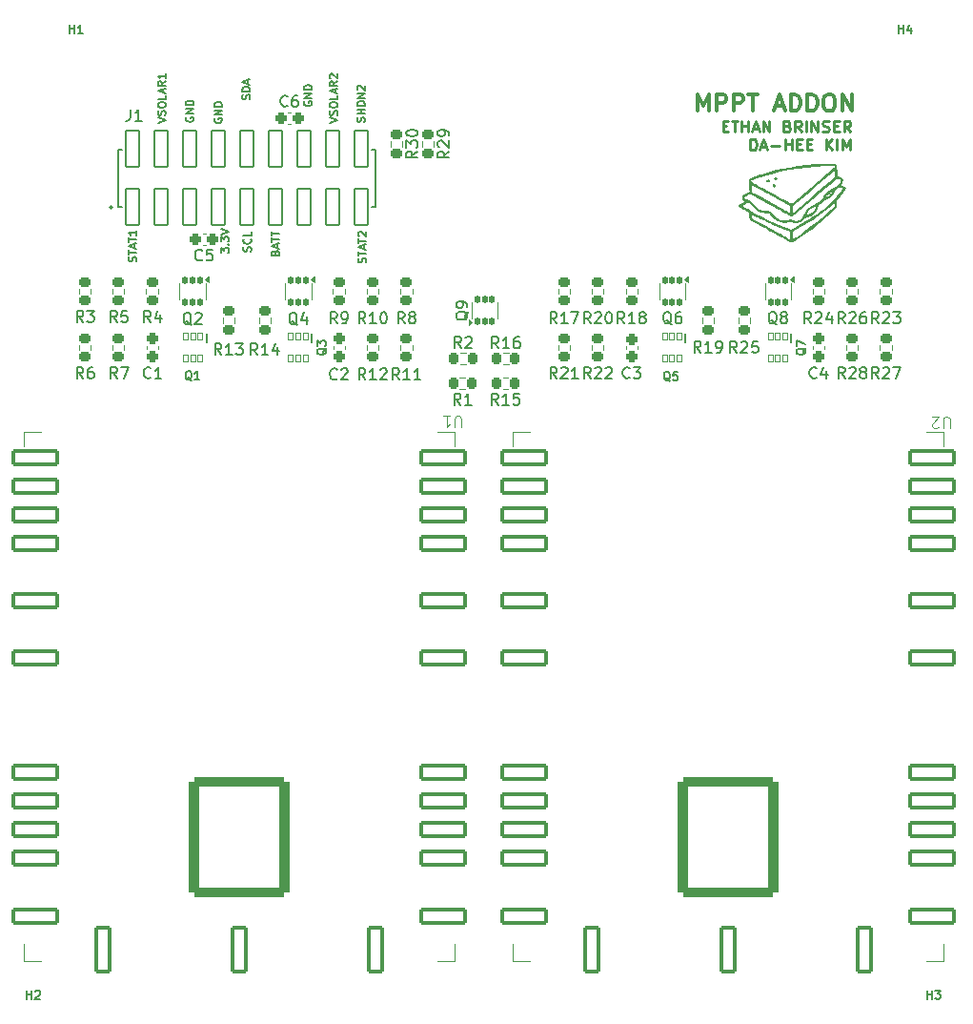
<source format=gto>
%TF.GenerationSoftware,KiCad,Pcbnew,8.0.8*%
%TF.CreationDate,2025-03-18T17:19:46-07:00*%
%TF.ProjectId,MPPT_addon_board,4d505054-5f61-4646-946f-6e5f626f6172,1.4*%
%TF.SameCoordinates,Original*%
%TF.FileFunction,Legend,Top*%
%TF.FilePolarity,Positive*%
%FSLAX46Y46*%
G04 Gerber Fmt 4.6, Leading zero omitted, Abs format (unit mm)*
G04 Created by KiCad (PCBNEW 8.0.8) date 2025-03-18 17:19:46*
%MOMM*%
%LPD*%
G01*
G04 APERTURE LIST*
G04 Aperture macros list*
%AMRoundRect*
0 Rectangle with rounded corners*
0 $1 Rounding radius*
0 $2 $3 $4 $5 $6 $7 $8 $9 X,Y pos of 4 corners*
0 Add a 4 corners polygon primitive as box body*
4,1,4,$2,$3,$4,$5,$6,$7,$8,$9,$2,$3,0*
0 Add four circle primitives for the rounded corners*
1,1,$1+$1,$2,$3*
1,1,$1+$1,$4,$5*
1,1,$1+$1,$6,$7*
1,1,$1+$1,$8,$9*
0 Add four rect primitives between the rounded corners*
20,1,$1+$1,$2,$3,$4,$5,0*
20,1,$1+$1,$4,$5,$6,$7,0*
20,1,$1+$1,$6,$7,$8,$9,0*
20,1,$1+$1,$8,$9,$2,$3,0*%
G04 Aperture macros list end*
%ADD10C,0.175000*%
%ADD11C,0.250000*%
%ADD12C,0.300000*%
%ADD13C,0.127000*%
%ADD14C,0.150000*%
%ADD15C,0.100000*%
%ADD16C,0.120000*%
%ADD17C,0.200000*%
%ADD18C,0.000000*%
%ADD19C,5.701600*%
%ADD20C,2.000000*%
%ADD21RoundRect,0.225400X-0.225400X-0.300400X0.225400X-0.300400X0.225400X0.300400X-0.225400X0.300400X0*%
%ADD22RoundRect,0.225400X0.300400X-0.225400X0.300400X0.225400X-0.300400X0.225400X-0.300400X-0.225400X0*%
%ADD23RoundRect,0.225400X-0.300400X0.225400X-0.300400X-0.225400X0.300400X-0.225400X0.300400X0.225400X0*%
%ADD24RoundRect,0.125400X-0.125400X0.250400X-0.125400X-0.250400X0.125400X-0.250400X0.125400X0.250400X0*%
%ADD25RoundRect,0.225400X0.225400X0.300400X-0.225400X0.300400X-0.225400X-0.300400X0.225400X-0.300400X0*%
%ADD26RoundRect,0.250400X0.275400X-0.250400X0.275400X0.250400X-0.275400X0.250400X-0.275400X-0.250400X0*%
%ADD27RoundRect,0.150160X1.950640X0.600640X-1.950640X0.600640X-1.950640X-0.600640X1.950640X-0.600640X0*%
%ADD28RoundRect,0.150160X-0.600640X1.950640X-0.600640X-1.950640X0.600640X-1.950640X0.600640X1.950640X0*%
%ADD29RoundRect,0.445080X4.005720X4.930720X-4.005720X4.930720X-4.005720X-4.930720X4.005720X-4.930720X0*%
%ADD30RoundRect,0.250400X0.250400X0.275400X-0.250400X0.275400X-0.250400X-0.275400X0.250400X-0.275400X0*%
%ADD31RoundRect,0.125400X0.125400X-0.250400X0.125400X0.250400X-0.125400X0.250400X-0.125400X-0.250400X0*%
%ADD32RoundRect,0.250400X-0.250400X-0.275400X0.250400X-0.275400X0.250400X0.275400X-0.250400X0.275400X0*%
%ADD33RoundRect,0.050800X-0.200000X-0.300000X0.200000X-0.300000X0.200000X0.300000X-0.200000X0.300000X0*%
%ADD34C,1.881600*%
%ADD35RoundRect,0.102000X-0.570000X-1.587500X0.570000X-1.587500X0.570000X1.587500X-0.570000X1.587500X0*%
G04 APERTURE END LIST*
D10*
X119538566Y-61651535D02*
X119505233Y-61718202D01*
X119505233Y-61718202D02*
X119505233Y-61818202D01*
X119505233Y-61818202D02*
X119538566Y-61918202D01*
X119538566Y-61918202D02*
X119605233Y-61984869D01*
X119605233Y-61984869D02*
X119671900Y-62018202D01*
X119671900Y-62018202D02*
X119805233Y-62051535D01*
X119805233Y-62051535D02*
X119905233Y-62051535D01*
X119905233Y-62051535D02*
X120038566Y-62018202D01*
X120038566Y-62018202D02*
X120105233Y-61984869D01*
X120105233Y-61984869D02*
X120171900Y-61918202D01*
X120171900Y-61918202D02*
X120205233Y-61818202D01*
X120205233Y-61818202D02*
X120205233Y-61751535D01*
X120205233Y-61751535D02*
X120171900Y-61651535D01*
X120171900Y-61651535D02*
X120138566Y-61618202D01*
X120138566Y-61618202D02*
X119905233Y-61618202D01*
X119905233Y-61618202D02*
X119905233Y-61751535D01*
X120205233Y-61318202D02*
X119505233Y-61318202D01*
X119505233Y-61318202D02*
X120205233Y-60918202D01*
X120205233Y-60918202D02*
X119505233Y-60918202D01*
X120205233Y-60584869D02*
X119505233Y-60584869D01*
X119505233Y-60584869D02*
X119505233Y-60418202D01*
X119505233Y-60418202D02*
X119538566Y-60318202D01*
X119538566Y-60318202D02*
X119605233Y-60251536D01*
X119605233Y-60251536D02*
X119671900Y-60218202D01*
X119671900Y-60218202D02*
X119805233Y-60184869D01*
X119805233Y-60184869D02*
X119905233Y-60184869D01*
X119905233Y-60184869D02*
X120038566Y-60218202D01*
X120038566Y-60218202D02*
X120105233Y-60251536D01*
X120105233Y-60251536D02*
X120171900Y-60318202D01*
X120171900Y-60318202D02*
X120205233Y-60418202D01*
X120205233Y-60418202D02*
X120205233Y-60584869D01*
X112571900Y-74351535D02*
X112605233Y-74251535D01*
X112605233Y-74251535D02*
X112605233Y-74084869D01*
X112605233Y-74084869D02*
X112571900Y-74018202D01*
X112571900Y-74018202D02*
X112538566Y-73984869D01*
X112538566Y-73984869D02*
X112471900Y-73951535D01*
X112471900Y-73951535D02*
X112405233Y-73951535D01*
X112405233Y-73951535D02*
X112338566Y-73984869D01*
X112338566Y-73984869D02*
X112305233Y-74018202D01*
X112305233Y-74018202D02*
X112271900Y-74084869D01*
X112271900Y-74084869D02*
X112238566Y-74218202D01*
X112238566Y-74218202D02*
X112205233Y-74284869D01*
X112205233Y-74284869D02*
X112171900Y-74318202D01*
X112171900Y-74318202D02*
X112105233Y-74351535D01*
X112105233Y-74351535D02*
X112038566Y-74351535D01*
X112038566Y-74351535D02*
X111971900Y-74318202D01*
X111971900Y-74318202D02*
X111938566Y-74284869D01*
X111938566Y-74284869D02*
X111905233Y-74218202D01*
X111905233Y-74218202D02*
X111905233Y-74051535D01*
X111905233Y-74051535D02*
X111938566Y-73951535D01*
X111905233Y-73751535D02*
X111905233Y-73351535D01*
X112605233Y-73551535D02*
X111905233Y-73551535D01*
X112405233Y-73151535D02*
X112405233Y-72818202D01*
X112605233Y-73218202D02*
X111905233Y-72984869D01*
X111905233Y-72984869D02*
X112605233Y-72751535D01*
X111905233Y-72618202D02*
X111905233Y-72218202D01*
X112605233Y-72418202D02*
X111905233Y-72418202D01*
X112605233Y-71618202D02*
X112605233Y-72018202D01*
X112605233Y-71818202D02*
X111905233Y-71818202D01*
X111905233Y-71818202D02*
X112005233Y-71884869D01*
X112005233Y-71884869D02*
X112071900Y-71951536D01*
X112071900Y-71951536D02*
X112105233Y-72018202D01*
X117038566Y-61551535D02*
X117005233Y-61618202D01*
X117005233Y-61618202D02*
X117005233Y-61718202D01*
X117005233Y-61718202D02*
X117038566Y-61818202D01*
X117038566Y-61818202D02*
X117105233Y-61884869D01*
X117105233Y-61884869D02*
X117171900Y-61918202D01*
X117171900Y-61918202D02*
X117305233Y-61951535D01*
X117305233Y-61951535D02*
X117405233Y-61951535D01*
X117405233Y-61951535D02*
X117538566Y-61918202D01*
X117538566Y-61918202D02*
X117605233Y-61884869D01*
X117605233Y-61884869D02*
X117671900Y-61818202D01*
X117671900Y-61818202D02*
X117705233Y-61718202D01*
X117705233Y-61718202D02*
X117705233Y-61651535D01*
X117705233Y-61651535D02*
X117671900Y-61551535D01*
X117671900Y-61551535D02*
X117638566Y-61518202D01*
X117638566Y-61518202D02*
X117405233Y-61518202D01*
X117405233Y-61518202D02*
X117405233Y-61651535D01*
X117705233Y-61218202D02*
X117005233Y-61218202D01*
X117005233Y-61218202D02*
X117705233Y-60818202D01*
X117705233Y-60818202D02*
X117005233Y-60818202D01*
X117705233Y-60484869D02*
X117005233Y-60484869D01*
X117005233Y-60484869D02*
X117005233Y-60318202D01*
X117005233Y-60318202D02*
X117038566Y-60218202D01*
X117038566Y-60218202D02*
X117105233Y-60151536D01*
X117105233Y-60151536D02*
X117171900Y-60118202D01*
X117171900Y-60118202D02*
X117305233Y-60084869D01*
X117305233Y-60084869D02*
X117405233Y-60084869D01*
X117405233Y-60084869D02*
X117538566Y-60118202D01*
X117538566Y-60118202D02*
X117605233Y-60151536D01*
X117605233Y-60151536D02*
X117671900Y-60218202D01*
X117671900Y-60218202D02*
X117705233Y-60318202D01*
X117705233Y-60318202D02*
X117705233Y-60484869D01*
X124938566Y-73584869D02*
X124971900Y-73484869D01*
X124971900Y-73484869D02*
X125005233Y-73451535D01*
X125005233Y-73451535D02*
X125071900Y-73418202D01*
X125071900Y-73418202D02*
X125171900Y-73418202D01*
X125171900Y-73418202D02*
X125238566Y-73451535D01*
X125238566Y-73451535D02*
X125271900Y-73484869D01*
X125271900Y-73484869D02*
X125305233Y-73551535D01*
X125305233Y-73551535D02*
X125305233Y-73818202D01*
X125305233Y-73818202D02*
X124605233Y-73818202D01*
X124605233Y-73818202D02*
X124605233Y-73584869D01*
X124605233Y-73584869D02*
X124638566Y-73518202D01*
X124638566Y-73518202D02*
X124671900Y-73484869D01*
X124671900Y-73484869D02*
X124738566Y-73451535D01*
X124738566Y-73451535D02*
X124805233Y-73451535D01*
X124805233Y-73451535D02*
X124871900Y-73484869D01*
X124871900Y-73484869D02*
X124905233Y-73518202D01*
X124905233Y-73518202D02*
X124938566Y-73584869D01*
X124938566Y-73584869D02*
X124938566Y-73818202D01*
X125105233Y-73151535D02*
X125105233Y-72818202D01*
X125305233Y-73218202D02*
X124605233Y-72984869D01*
X124605233Y-72984869D02*
X125305233Y-72751535D01*
X124605233Y-72618202D02*
X124605233Y-72218202D01*
X125305233Y-72418202D02*
X124605233Y-72418202D01*
X124605233Y-72084869D02*
X124605233Y-71684869D01*
X125305233Y-71884869D02*
X124605233Y-71884869D01*
X129778272Y-62018202D02*
X130478272Y-61784869D01*
X130478272Y-61784869D02*
X129778272Y-61551535D01*
X130444939Y-61351535D02*
X130478272Y-61251535D01*
X130478272Y-61251535D02*
X130478272Y-61084869D01*
X130478272Y-61084869D02*
X130444939Y-61018202D01*
X130444939Y-61018202D02*
X130411605Y-60984869D01*
X130411605Y-60984869D02*
X130344939Y-60951535D01*
X130344939Y-60951535D02*
X130278272Y-60951535D01*
X130278272Y-60951535D02*
X130211605Y-60984869D01*
X130211605Y-60984869D02*
X130178272Y-61018202D01*
X130178272Y-61018202D02*
X130144939Y-61084869D01*
X130144939Y-61084869D02*
X130111605Y-61218202D01*
X130111605Y-61218202D02*
X130078272Y-61284869D01*
X130078272Y-61284869D02*
X130044939Y-61318202D01*
X130044939Y-61318202D02*
X129978272Y-61351535D01*
X129978272Y-61351535D02*
X129911605Y-61351535D01*
X129911605Y-61351535D02*
X129844939Y-61318202D01*
X129844939Y-61318202D02*
X129811605Y-61284869D01*
X129811605Y-61284869D02*
X129778272Y-61218202D01*
X129778272Y-61218202D02*
X129778272Y-61051535D01*
X129778272Y-61051535D02*
X129811605Y-60951535D01*
X129778272Y-60518202D02*
X129778272Y-60384868D01*
X129778272Y-60384868D02*
X129811605Y-60318202D01*
X129811605Y-60318202D02*
X129878272Y-60251535D01*
X129878272Y-60251535D02*
X130011605Y-60218202D01*
X130011605Y-60218202D02*
X130244939Y-60218202D01*
X130244939Y-60218202D02*
X130378272Y-60251535D01*
X130378272Y-60251535D02*
X130444939Y-60318202D01*
X130444939Y-60318202D02*
X130478272Y-60384868D01*
X130478272Y-60384868D02*
X130478272Y-60518202D01*
X130478272Y-60518202D02*
X130444939Y-60584868D01*
X130444939Y-60584868D02*
X130378272Y-60651535D01*
X130378272Y-60651535D02*
X130244939Y-60684868D01*
X130244939Y-60684868D02*
X130011605Y-60684868D01*
X130011605Y-60684868D02*
X129878272Y-60651535D01*
X129878272Y-60651535D02*
X129811605Y-60584868D01*
X129811605Y-60584868D02*
X129778272Y-60518202D01*
X130478272Y-59584869D02*
X130478272Y-59918202D01*
X130478272Y-59918202D02*
X129778272Y-59918202D01*
X130278272Y-59384868D02*
X130278272Y-59051535D01*
X130478272Y-59451535D02*
X129778272Y-59218202D01*
X129778272Y-59218202D02*
X130478272Y-58984868D01*
X130478272Y-58351535D02*
X130144939Y-58584868D01*
X130478272Y-58751535D02*
X129778272Y-58751535D01*
X129778272Y-58751535D02*
X129778272Y-58484868D01*
X129778272Y-58484868D02*
X129811605Y-58418202D01*
X129811605Y-58418202D02*
X129844939Y-58384868D01*
X129844939Y-58384868D02*
X129911605Y-58351535D01*
X129911605Y-58351535D02*
X130011605Y-58351535D01*
X130011605Y-58351535D02*
X130078272Y-58384868D01*
X130078272Y-58384868D02*
X130111605Y-58418202D01*
X130111605Y-58418202D02*
X130144939Y-58484868D01*
X130144939Y-58484868D02*
X130144939Y-58751535D01*
X129844939Y-58084868D02*
X129811605Y-58051535D01*
X129811605Y-58051535D02*
X129778272Y-57984868D01*
X129778272Y-57984868D02*
X129778272Y-57818202D01*
X129778272Y-57818202D02*
X129811605Y-57751535D01*
X129811605Y-57751535D02*
X129844939Y-57718202D01*
X129844939Y-57718202D02*
X129911605Y-57684868D01*
X129911605Y-57684868D02*
X129978272Y-57684868D01*
X129978272Y-57684868D02*
X130078272Y-57718202D01*
X130078272Y-57718202D02*
X130478272Y-58118202D01*
X130478272Y-58118202D02*
X130478272Y-57684868D01*
X122671900Y-59951535D02*
X122705233Y-59851535D01*
X122705233Y-59851535D02*
X122705233Y-59684869D01*
X122705233Y-59684869D02*
X122671900Y-59618202D01*
X122671900Y-59618202D02*
X122638566Y-59584869D01*
X122638566Y-59584869D02*
X122571900Y-59551535D01*
X122571900Y-59551535D02*
X122505233Y-59551535D01*
X122505233Y-59551535D02*
X122438566Y-59584869D01*
X122438566Y-59584869D02*
X122405233Y-59618202D01*
X122405233Y-59618202D02*
X122371900Y-59684869D01*
X122371900Y-59684869D02*
X122338566Y-59818202D01*
X122338566Y-59818202D02*
X122305233Y-59884869D01*
X122305233Y-59884869D02*
X122271900Y-59918202D01*
X122271900Y-59918202D02*
X122205233Y-59951535D01*
X122205233Y-59951535D02*
X122138566Y-59951535D01*
X122138566Y-59951535D02*
X122071900Y-59918202D01*
X122071900Y-59918202D02*
X122038566Y-59884869D01*
X122038566Y-59884869D02*
X122005233Y-59818202D01*
X122005233Y-59818202D02*
X122005233Y-59651535D01*
X122005233Y-59651535D02*
X122038566Y-59551535D01*
X122705233Y-59251535D02*
X122005233Y-59251535D01*
X122005233Y-59251535D02*
X122005233Y-59084868D01*
X122005233Y-59084868D02*
X122038566Y-58984868D01*
X122038566Y-58984868D02*
X122105233Y-58918202D01*
X122105233Y-58918202D02*
X122171900Y-58884868D01*
X122171900Y-58884868D02*
X122305233Y-58851535D01*
X122305233Y-58851535D02*
X122405233Y-58851535D01*
X122405233Y-58851535D02*
X122538566Y-58884868D01*
X122538566Y-58884868D02*
X122605233Y-58918202D01*
X122605233Y-58918202D02*
X122671900Y-58984868D01*
X122671900Y-58984868D02*
X122705233Y-59084868D01*
X122705233Y-59084868D02*
X122705233Y-59251535D01*
X122505233Y-58584868D02*
X122505233Y-58251535D01*
X122705233Y-58651535D02*
X122005233Y-58418202D01*
X122005233Y-58418202D02*
X122705233Y-58184868D01*
D11*
X164711717Y-62330865D02*
X165045050Y-62330865D01*
X165187907Y-62854675D02*
X164711717Y-62854675D01*
X164711717Y-62854675D02*
X164711717Y-61854675D01*
X164711717Y-61854675D02*
X165187907Y-61854675D01*
X165473622Y-61854675D02*
X166045050Y-61854675D01*
X165759336Y-62854675D02*
X165759336Y-61854675D01*
X166378384Y-62854675D02*
X166378384Y-61854675D01*
X166378384Y-62330865D02*
X166949812Y-62330865D01*
X166949812Y-62854675D02*
X166949812Y-61854675D01*
X167378384Y-62568960D02*
X167854574Y-62568960D01*
X167283146Y-62854675D02*
X167616479Y-61854675D01*
X167616479Y-61854675D02*
X167949812Y-62854675D01*
X168283146Y-62854675D02*
X168283146Y-61854675D01*
X168283146Y-61854675D02*
X168854574Y-62854675D01*
X168854574Y-62854675D02*
X168854574Y-61854675D01*
X170426003Y-62330865D02*
X170568860Y-62378484D01*
X170568860Y-62378484D02*
X170616479Y-62426103D01*
X170616479Y-62426103D02*
X170664098Y-62521341D01*
X170664098Y-62521341D02*
X170664098Y-62664198D01*
X170664098Y-62664198D02*
X170616479Y-62759436D01*
X170616479Y-62759436D02*
X170568860Y-62807056D01*
X170568860Y-62807056D02*
X170473622Y-62854675D01*
X170473622Y-62854675D02*
X170092670Y-62854675D01*
X170092670Y-62854675D02*
X170092670Y-61854675D01*
X170092670Y-61854675D02*
X170426003Y-61854675D01*
X170426003Y-61854675D02*
X170521241Y-61902294D01*
X170521241Y-61902294D02*
X170568860Y-61949913D01*
X170568860Y-61949913D02*
X170616479Y-62045151D01*
X170616479Y-62045151D02*
X170616479Y-62140389D01*
X170616479Y-62140389D02*
X170568860Y-62235627D01*
X170568860Y-62235627D02*
X170521241Y-62283246D01*
X170521241Y-62283246D02*
X170426003Y-62330865D01*
X170426003Y-62330865D02*
X170092670Y-62330865D01*
X171664098Y-62854675D02*
X171330765Y-62378484D01*
X171092670Y-62854675D02*
X171092670Y-61854675D01*
X171092670Y-61854675D02*
X171473622Y-61854675D01*
X171473622Y-61854675D02*
X171568860Y-61902294D01*
X171568860Y-61902294D02*
X171616479Y-61949913D01*
X171616479Y-61949913D02*
X171664098Y-62045151D01*
X171664098Y-62045151D02*
X171664098Y-62188008D01*
X171664098Y-62188008D02*
X171616479Y-62283246D01*
X171616479Y-62283246D02*
X171568860Y-62330865D01*
X171568860Y-62330865D02*
X171473622Y-62378484D01*
X171473622Y-62378484D02*
X171092670Y-62378484D01*
X172092670Y-62854675D02*
X172092670Y-61854675D01*
X172568860Y-62854675D02*
X172568860Y-61854675D01*
X172568860Y-61854675D02*
X173140288Y-62854675D01*
X173140288Y-62854675D02*
X173140288Y-61854675D01*
X173568860Y-62807056D02*
X173711717Y-62854675D01*
X173711717Y-62854675D02*
X173949812Y-62854675D01*
X173949812Y-62854675D02*
X174045050Y-62807056D01*
X174045050Y-62807056D02*
X174092669Y-62759436D01*
X174092669Y-62759436D02*
X174140288Y-62664198D01*
X174140288Y-62664198D02*
X174140288Y-62568960D01*
X174140288Y-62568960D02*
X174092669Y-62473722D01*
X174092669Y-62473722D02*
X174045050Y-62426103D01*
X174045050Y-62426103D02*
X173949812Y-62378484D01*
X173949812Y-62378484D02*
X173759336Y-62330865D01*
X173759336Y-62330865D02*
X173664098Y-62283246D01*
X173664098Y-62283246D02*
X173616479Y-62235627D01*
X173616479Y-62235627D02*
X173568860Y-62140389D01*
X173568860Y-62140389D02*
X173568860Y-62045151D01*
X173568860Y-62045151D02*
X173616479Y-61949913D01*
X173616479Y-61949913D02*
X173664098Y-61902294D01*
X173664098Y-61902294D02*
X173759336Y-61854675D01*
X173759336Y-61854675D02*
X173997431Y-61854675D01*
X173997431Y-61854675D02*
X174140288Y-61902294D01*
X174568860Y-62330865D02*
X174902193Y-62330865D01*
X175045050Y-62854675D02*
X174568860Y-62854675D01*
X174568860Y-62854675D02*
X174568860Y-61854675D01*
X174568860Y-61854675D02*
X175045050Y-61854675D01*
X176045050Y-62854675D02*
X175711717Y-62378484D01*
X175473622Y-62854675D02*
X175473622Y-61854675D01*
X175473622Y-61854675D02*
X175854574Y-61854675D01*
X175854574Y-61854675D02*
X175949812Y-61902294D01*
X175949812Y-61902294D02*
X175997431Y-61949913D01*
X175997431Y-61949913D02*
X176045050Y-62045151D01*
X176045050Y-62045151D02*
X176045050Y-62188008D01*
X176045050Y-62188008D02*
X175997431Y-62283246D01*
X175997431Y-62283246D02*
X175949812Y-62330865D01*
X175949812Y-62330865D02*
X175854574Y-62378484D01*
X175854574Y-62378484D02*
X175473622Y-62378484D01*
X167140289Y-64464619D02*
X167140289Y-63464619D01*
X167140289Y-63464619D02*
X167378384Y-63464619D01*
X167378384Y-63464619D02*
X167521241Y-63512238D01*
X167521241Y-63512238D02*
X167616479Y-63607476D01*
X167616479Y-63607476D02*
X167664098Y-63702714D01*
X167664098Y-63702714D02*
X167711717Y-63893190D01*
X167711717Y-63893190D02*
X167711717Y-64036047D01*
X167711717Y-64036047D02*
X167664098Y-64226523D01*
X167664098Y-64226523D02*
X167616479Y-64321761D01*
X167616479Y-64321761D02*
X167521241Y-64417000D01*
X167521241Y-64417000D02*
X167378384Y-64464619D01*
X167378384Y-64464619D02*
X167140289Y-64464619D01*
X168092670Y-64178904D02*
X168568860Y-64178904D01*
X167997432Y-64464619D02*
X168330765Y-63464619D01*
X168330765Y-63464619D02*
X168664098Y-64464619D01*
X168997432Y-64083666D02*
X169759337Y-64083666D01*
X170235527Y-64464619D02*
X170235527Y-63464619D01*
X170235527Y-63940809D02*
X170806955Y-63940809D01*
X170806955Y-64464619D02*
X170806955Y-63464619D01*
X171283146Y-63940809D02*
X171616479Y-63940809D01*
X171759336Y-64464619D02*
X171283146Y-64464619D01*
X171283146Y-64464619D02*
X171283146Y-63464619D01*
X171283146Y-63464619D02*
X171759336Y-63464619D01*
X172187908Y-63940809D02*
X172521241Y-63940809D01*
X172664098Y-64464619D02*
X172187908Y-64464619D01*
X172187908Y-64464619D02*
X172187908Y-63464619D01*
X172187908Y-63464619D02*
X172664098Y-63464619D01*
X173854575Y-64464619D02*
X173854575Y-63464619D01*
X174426003Y-64464619D02*
X173997432Y-63893190D01*
X174426003Y-63464619D02*
X173854575Y-64036047D01*
X174854575Y-64464619D02*
X174854575Y-63464619D01*
X175330765Y-64464619D02*
X175330765Y-63464619D01*
X175330765Y-63464619D02*
X175664098Y-64178904D01*
X175664098Y-64178904D02*
X175997431Y-63464619D01*
X175997431Y-63464619D02*
X175997431Y-64464619D01*
D10*
X127538566Y-60151535D02*
X127505233Y-60218202D01*
X127505233Y-60218202D02*
X127505233Y-60318202D01*
X127505233Y-60318202D02*
X127538566Y-60418202D01*
X127538566Y-60418202D02*
X127605233Y-60484869D01*
X127605233Y-60484869D02*
X127671900Y-60518202D01*
X127671900Y-60518202D02*
X127805233Y-60551535D01*
X127805233Y-60551535D02*
X127905233Y-60551535D01*
X127905233Y-60551535D02*
X128038566Y-60518202D01*
X128038566Y-60518202D02*
X128105233Y-60484869D01*
X128105233Y-60484869D02*
X128171900Y-60418202D01*
X128171900Y-60418202D02*
X128205233Y-60318202D01*
X128205233Y-60318202D02*
X128205233Y-60251535D01*
X128205233Y-60251535D02*
X128171900Y-60151535D01*
X128171900Y-60151535D02*
X128138566Y-60118202D01*
X128138566Y-60118202D02*
X127905233Y-60118202D01*
X127905233Y-60118202D02*
X127905233Y-60251535D01*
X128205233Y-59818202D02*
X127505233Y-59818202D01*
X127505233Y-59818202D02*
X128205233Y-59418202D01*
X128205233Y-59418202D02*
X127505233Y-59418202D01*
X128205233Y-59084869D02*
X127505233Y-59084869D01*
X127505233Y-59084869D02*
X127505233Y-58918202D01*
X127505233Y-58918202D02*
X127538566Y-58818202D01*
X127538566Y-58818202D02*
X127605233Y-58751536D01*
X127605233Y-58751536D02*
X127671900Y-58718202D01*
X127671900Y-58718202D02*
X127805233Y-58684869D01*
X127805233Y-58684869D02*
X127905233Y-58684869D01*
X127905233Y-58684869D02*
X128038566Y-58718202D01*
X128038566Y-58718202D02*
X128105233Y-58751536D01*
X128105233Y-58751536D02*
X128171900Y-58818202D01*
X128171900Y-58818202D02*
X128205233Y-58918202D01*
X128205233Y-58918202D02*
X128205233Y-59084869D01*
D12*
X162454510Y-61000828D02*
X162454510Y-59500828D01*
X162454510Y-59500828D02*
X162954510Y-60572257D01*
X162954510Y-60572257D02*
X163454510Y-59500828D01*
X163454510Y-59500828D02*
X163454510Y-61000828D01*
X164168796Y-61000828D02*
X164168796Y-59500828D01*
X164168796Y-59500828D02*
X164740225Y-59500828D01*
X164740225Y-59500828D02*
X164883082Y-59572257D01*
X164883082Y-59572257D02*
X164954511Y-59643685D01*
X164954511Y-59643685D02*
X165025939Y-59786542D01*
X165025939Y-59786542D02*
X165025939Y-60000828D01*
X165025939Y-60000828D02*
X164954511Y-60143685D01*
X164954511Y-60143685D02*
X164883082Y-60215114D01*
X164883082Y-60215114D02*
X164740225Y-60286542D01*
X164740225Y-60286542D02*
X164168796Y-60286542D01*
X165668796Y-61000828D02*
X165668796Y-59500828D01*
X165668796Y-59500828D02*
X166240225Y-59500828D01*
X166240225Y-59500828D02*
X166383082Y-59572257D01*
X166383082Y-59572257D02*
X166454511Y-59643685D01*
X166454511Y-59643685D02*
X166525939Y-59786542D01*
X166525939Y-59786542D02*
X166525939Y-60000828D01*
X166525939Y-60000828D02*
X166454511Y-60143685D01*
X166454511Y-60143685D02*
X166383082Y-60215114D01*
X166383082Y-60215114D02*
X166240225Y-60286542D01*
X166240225Y-60286542D02*
X165668796Y-60286542D01*
X166954511Y-59500828D02*
X167811654Y-59500828D01*
X167383082Y-61000828D02*
X167383082Y-59500828D01*
X169383082Y-60572257D02*
X170097368Y-60572257D01*
X169240225Y-61000828D02*
X169740225Y-59500828D01*
X169740225Y-59500828D02*
X170240225Y-61000828D01*
X170740224Y-61000828D02*
X170740224Y-59500828D01*
X170740224Y-59500828D02*
X171097367Y-59500828D01*
X171097367Y-59500828D02*
X171311653Y-59572257D01*
X171311653Y-59572257D02*
X171454510Y-59715114D01*
X171454510Y-59715114D02*
X171525939Y-59857971D01*
X171525939Y-59857971D02*
X171597367Y-60143685D01*
X171597367Y-60143685D02*
X171597367Y-60357971D01*
X171597367Y-60357971D02*
X171525939Y-60643685D01*
X171525939Y-60643685D02*
X171454510Y-60786542D01*
X171454510Y-60786542D02*
X171311653Y-60929400D01*
X171311653Y-60929400D02*
X171097367Y-61000828D01*
X171097367Y-61000828D02*
X170740224Y-61000828D01*
X172240224Y-61000828D02*
X172240224Y-59500828D01*
X172240224Y-59500828D02*
X172597367Y-59500828D01*
X172597367Y-59500828D02*
X172811653Y-59572257D01*
X172811653Y-59572257D02*
X172954510Y-59715114D01*
X172954510Y-59715114D02*
X173025939Y-59857971D01*
X173025939Y-59857971D02*
X173097367Y-60143685D01*
X173097367Y-60143685D02*
X173097367Y-60357971D01*
X173097367Y-60357971D02*
X173025939Y-60643685D01*
X173025939Y-60643685D02*
X172954510Y-60786542D01*
X172954510Y-60786542D02*
X172811653Y-60929400D01*
X172811653Y-60929400D02*
X172597367Y-61000828D01*
X172597367Y-61000828D02*
X172240224Y-61000828D01*
X174025939Y-59500828D02*
X174311653Y-59500828D01*
X174311653Y-59500828D02*
X174454510Y-59572257D01*
X174454510Y-59572257D02*
X174597367Y-59715114D01*
X174597367Y-59715114D02*
X174668796Y-60000828D01*
X174668796Y-60000828D02*
X174668796Y-60500828D01*
X174668796Y-60500828D02*
X174597367Y-60786542D01*
X174597367Y-60786542D02*
X174454510Y-60929400D01*
X174454510Y-60929400D02*
X174311653Y-61000828D01*
X174311653Y-61000828D02*
X174025939Y-61000828D01*
X174025939Y-61000828D02*
X173883082Y-60929400D01*
X173883082Y-60929400D02*
X173740224Y-60786542D01*
X173740224Y-60786542D02*
X173668796Y-60500828D01*
X173668796Y-60500828D02*
X173668796Y-60000828D01*
X173668796Y-60000828D02*
X173740224Y-59715114D01*
X173740224Y-59715114D02*
X173883082Y-59572257D01*
X173883082Y-59572257D02*
X174025939Y-59500828D01*
X175311653Y-61000828D02*
X175311653Y-59500828D01*
X175311653Y-59500828D02*
X176168796Y-61000828D01*
X176168796Y-61000828D02*
X176168796Y-59500828D01*
D10*
X114505233Y-62018202D02*
X115205233Y-61784869D01*
X115205233Y-61784869D02*
X114505233Y-61551535D01*
X115171900Y-61351535D02*
X115205233Y-61251535D01*
X115205233Y-61251535D02*
X115205233Y-61084869D01*
X115205233Y-61084869D02*
X115171900Y-61018202D01*
X115171900Y-61018202D02*
X115138566Y-60984869D01*
X115138566Y-60984869D02*
X115071900Y-60951535D01*
X115071900Y-60951535D02*
X115005233Y-60951535D01*
X115005233Y-60951535D02*
X114938566Y-60984869D01*
X114938566Y-60984869D02*
X114905233Y-61018202D01*
X114905233Y-61018202D02*
X114871900Y-61084869D01*
X114871900Y-61084869D02*
X114838566Y-61218202D01*
X114838566Y-61218202D02*
X114805233Y-61284869D01*
X114805233Y-61284869D02*
X114771900Y-61318202D01*
X114771900Y-61318202D02*
X114705233Y-61351535D01*
X114705233Y-61351535D02*
X114638566Y-61351535D01*
X114638566Y-61351535D02*
X114571900Y-61318202D01*
X114571900Y-61318202D02*
X114538566Y-61284869D01*
X114538566Y-61284869D02*
X114505233Y-61218202D01*
X114505233Y-61218202D02*
X114505233Y-61051535D01*
X114505233Y-61051535D02*
X114538566Y-60951535D01*
X114505233Y-60518202D02*
X114505233Y-60384868D01*
X114505233Y-60384868D02*
X114538566Y-60318202D01*
X114538566Y-60318202D02*
X114605233Y-60251535D01*
X114605233Y-60251535D02*
X114738566Y-60218202D01*
X114738566Y-60218202D02*
X114971900Y-60218202D01*
X114971900Y-60218202D02*
X115105233Y-60251535D01*
X115105233Y-60251535D02*
X115171900Y-60318202D01*
X115171900Y-60318202D02*
X115205233Y-60384868D01*
X115205233Y-60384868D02*
X115205233Y-60518202D01*
X115205233Y-60518202D02*
X115171900Y-60584868D01*
X115171900Y-60584868D02*
X115105233Y-60651535D01*
X115105233Y-60651535D02*
X114971900Y-60684868D01*
X114971900Y-60684868D02*
X114738566Y-60684868D01*
X114738566Y-60684868D02*
X114605233Y-60651535D01*
X114605233Y-60651535D02*
X114538566Y-60584868D01*
X114538566Y-60584868D02*
X114505233Y-60518202D01*
X115205233Y-59584869D02*
X115205233Y-59918202D01*
X115205233Y-59918202D02*
X114505233Y-59918202D01*
X115005233Y-59384868D02*
X115005233Y-59051535D01*
X115205233Y-59451535D02*
X114505233Y-59218202D01*
X114505233Y-59218202D02*
X115205233Y-58984868D01*
X115205233Y-58351535D02*
X114871900Y-58584868D01*
X115205233Y-58751535D02*
X114505233Y-58751535D01*
X114505233Y-58751535D02*
X114505233Y-58484868D01*
X114505233Y-58484868D02*
X114538566Y-58418202D01*
X114538566Y-58418202D02*
X114571900Y-58384868D01*
X114571900Y-58384868D02*
X114638566Y-58351535D01*
X114638566Y-58351535D02*
X114738566Y-58351535D01*
X114738566Y-58351535D02*
X114805233Y-58384868D01*
X114805233Y-58384868D02*
X114838566Y-58418202D01*
X114838566Y-58418202D02*
X114871900Y-58484868D01*
X114871900Y-58484868D02*
X114871900Y-58751535D01*
X115205233Y-57684868D02*
X115205233Y-58084868D01*
X115205233Y-57884868D02*
X114505233Y-57884868D01*
X114505233Y-57884868D02*
X114605233Y-57951535D01*
X114605233Y-57951535D02*
X114671900Y-58018202D01*
X114671900Y-58018202D02*
X114705233Y-58084868D01*
X132971900Y-74451535D02*
X133005233Y-74351535D01*
X133005233Y-74351535D02*
X133005233Y-74184869D01*
X133005233Y-74184869D02*
X132971900Y-74118202D01*
X132971900Y-74118202D02*
X132938566Y-74084869D01*
X132938566Y-74084869D02*
X132871900Y-74051535D01*
X132871900Y-74051535D02*
X132805233Y-74051535D01*
X132805233Y-74051535D02*
X132738566Y-74084869D01*
X132738566Y-74084869D02*
X132705233Y-74118202D01*
X132705233Y-74118202D02*
X132671900Y-74184869D01*
X132671900Y-74184869D02*
X132638566Y-74318202D01*
X132638566Y-74318202D02*
X132605233Y-74384869D01*
X132605233Y-74384869D02*
X132571900Y-74418202D01*
X132571900Y-74418202D02*
X132505233Y-74451535D01*
X132505233Y-74451535D02*
X132438566Y-74451535D01*
X132438566Y-74451535D02*
X132371900Y-74418202D01*
X132371900Y-74418202D02*
X132338566Y-74384869D01*
X132338566Y-74384869D02*
X132305233Y-74318202D01*
X132305233Y-74318202D02*
X132305233Y-74151535D01*
X132305233Y-74151535D02*
X132338566Y-74051535D01*
X132305233Y-73851535D02*
X132305233Y-73451535D01*
X133005233Y-73651535D02*
X132305233Y-73651535D01*
X132805233Y-73251535D02*
X132805233Y-72918202D01*
X133005233Y-73318202D02*
X132305233Y-73084869D01*
X132305233Y-73084869D02*
X133005233Y-72851535D01*
X132305233Y-72718202D02*
X132305233Y-72318202D01*
X133005233Y-72518202D02*
X132305233Y-72518202D01*
X132371900Y-72118202D02*
X132338566Y-72084869D01*
X132338566Y-72084869D02*
X132305233Y-72018202D01*
X132305233Y-72018202D02*
X132305233Y-71851536D01*
X132305233Y-71851536D02*
X132338566Y-71784869D01*
X132338566Y-71784869D02*
X132371900Y-71751536D01*
X132371900Y-71751536D02*
X132438566Y-71718202D01*
X132438566Y-71718202D02*
X132505233Y-71718202D01*
X132505233Y-71718202D02*
X132605233Y-71751536D01*
X132605233Y-71751536D02*
X133005233Y-72151536D01*
X133005233Y-72151536D02*
X133005233Y-71718202D01*
X120105233Y-73584869D02*
X120105233Y-73151535D01*
X120105233Y-73151535D02*
X120371900Y-73384869D01*
X120371900Y-73384869D02*
X120371900Y-73284869D01*
X120371900Y-73284869D02*
X120405233Y-73218202D01*
X120405233Y-73218202D02*
X120438566Y-73184869D01*
X120438566Y-73184869D02*
X120505233Y-73151535D01*
X120505233Y-73151535D02*
X120671900Y-73151535D01*
X120671900Y-73151535D02*
X120738566Y-73184869D01*
X120738566Y-73184869D02*
X120771900Y-73218202D01*
X120771900Y-73218202D02*
X120805233Y-73284869D01*
X120805233Y-73284869D02*
X120805233Y-73484869D01*
X120805233Y-73484869D02*
X120771900Y-73551535D01*
X120771900Y-73551535D02*
X120738566Y-73584869D01*
X120738566Y-72851535D02*
X120771900Y-72818202D01*
X120771900Y-72818202D02*
X120805233Y-72851535D01*
X120805233Y-72851535D02*
X120771900Y-72884868D01*
X120771900Y-72884868D02*
X120738566Y-72851535D01*
X120738566Y-72851535D02*
X120805233Y-72851535D01*
X120105233Y-72584869D02*
X120105233Y-72151535D01*
X120105233Y-72151535D02*
X120371900Y-72384869D01*
X120371900Y-72384869D02*
X120371900Y-72284869D01*
X120371900Y-72284869D02*
X120405233Y-72218202D01*
X120405233Y-72218202D02*
X120438566Y-72184869D01*
X120438566Y-72184869D02*
X120505233Y-72151535D01*
X120505233Y-72151535D02*
X120671900Y-72151535D01*
X120671900Y-72151535D02*
X120738566Y-72184869D01*
X120738566Y-72184869D02*
X120771900Y-72218202D01*
X120771900Y-72218202D02*
X120805233Y-72284869D01*
X120805233Y-72284869D02*
X120805233Y-72484869D01*
X120805233Y-72484869D02*
X120771900Y-72551535D01*
X120771900Y-72551535D02*
X120738566Y-72584869D01*
X120105233Y-71951535D02*
X120805233Y-71718202D01*
X120805233Y-71718202D02*
X120105233Y-71484868D01*
X122771900Y-73451535D02*
X122805233Y-73351535D01*
X122805233Y-73351535D02*
X122805233Y-73184869D01*
X122805233Y-73184869D02*
X122771900Y-73118202D01*
X122771900Y-73118202D02*
X122738566Y-73084869D01*
X122738566Y-73084869D02*
X122671900Y-73051535D01*
X122671900Y-73051535D02*
X122605233Y-73051535D01*
X122605233Y-73051535D02*
X122538566Y-73084869D01*
X122538566Y-73084869D02*
X122505233Y-73118202D01*
X122505233Y-73118202D02*
X122471900Y-73184869D01*
X122471900Y-73184869D02*
X122438566Y-73318202D01*
X122438566Y-73318202D02*
X122405233Y-73384869D01*
X122405233Y-73384869D02*
X122371900Y-73418202D01*
X122371900Y-73418202D02*
X122305233Y-73451535D01*
X122305233Y-73451535D02*
X122238566Y-73451535D01*
X122238566Y-73451535D02*
X122171900Y-73418202D01*
X122171900Y-73418202D02*
X122138566Y-73384869D01*
X122138566Y-73384869D02*
X122105233Y-73318202D01*
X122105233Y-73318202D02*
X122105233Y-73151535D01*
X122105233Y-73151535D02*
X122138566Y-73051535D01*
X122738566Y-72351535D02*
X122771900Y-72384868D01*
X122771900Y-72384868D02*
X122805233Y-72484868D01*
X122805233Y-72484868D02*
X122805233Y-72551535D01*
X122805233Y-72551535D02*
X122771900Y-72651535D01*
X122771900Y-72651535D02*
X122705233Y-72718202D01*
X122705233Y-72718202D02*
X122638566Y-72751535D01*
X122638566Y-72751535D02*
X122505233Y-72784868D01*
X122505233Y-72784868D02*
X122405233Y-72784868D01*
X122405233Y-72784868D02*
X122271900Y-72751535D01*
X122271900Y-72751535D02*
X122205233Y-72718202D01*
X122205233Y-72718202D02*
X122138566Y-72651535D01*
X122138566Y-72651535D02*
X122105233Y-72551535D01*
X122105233Y-72551535D02*
X122105233Y-72484868D01*
X122105233Y-72484868D02*
X122138566Y-72384868D01*
X122138566Y-72384868D02*
X122171900Y-72351535D01*
X122805233Y-71718202D02*
X122805233Y-72051535D01*
X122805233Y-72051535D02*
X122105233Y-72051535D01*
X132871900Y-61951535D02*
X132905233Y-61851535D01*
X132905233Y-61851535D02*
X132905233Y-61684869D01*
X132905233Y-61684869D02*
X132871900Y-61618202D01*
X132871900Y-61618202D02*
X132838566Y-61584869D01*
X132838566Y-61584869D02*
X132771900Y-61551535D01*
X132771900Y-61551535D02*
X132705233Y-61551535D01*
X132705233Y-61551535D02*
X132638566Y-61584869D01*
X132638566Y-61584869D02*
X132605233Y-61618202D01*
X132605233Y-61618202D02*
X132571900Y-61684869D01*
X132571900Y-61684869D02*
X132538566Y-61818202D01*
X132538566Y-61818202D02*
X132505233Y-61884869D01*
X132505233Y-61884869D02*
X132471900Y-61918202D01*
X132471900Y-61918202D02*
X132405233Y-61951535D01*
X132405233Y-61951535D02*
X132338566Y-61951535D01*
X132338566Y-61951535D02*
X132271900Y-61918202D01*
X132271900Y-61918202D02*
X132238566Y-61884869D01*
X132238566Y-61884869D02*
X132205233Y-61818202D01*
X132205233Y-61818202D02*
X132205233Y-61651535D01*
X132205233Y-61651535D02*
X132238566Y-61551535D01*
X132905233Y-61251535D02*
X132205233Y-61251535D01*
X132538566Y-61251535D02*
X132538566Y-60851535D01*
X132905233Y-60851535D02*
X132205233Y-60851535D01*
X132905233Y-60518202D02*
X132205233Y-60518202D01*
X132205233Y-60518202D02*
X132205233Y-60351535D01*
X132205233Y-60351535D02*
X132238566Y-60251535D01*
X132238566Y-60251535D02*
X132305233Y-60184869D01*
X132305233Y-60184869D02*
X132371900Y-60151535D01*
X132371900Y-60151535D02*
X132505233Y-60118202D01*
X132505233Y-60118202D02*
X132605233Y-60118202D01*
X132605233Y-60118202D02*
X132738566Y-60151535D01*
X132738566Y-60151535D02*
X132805233Y-60184869D01*
X132805233Y-60184869D02*
X132871900Y-60251535D01*
X132871900Y-60251535D02*
X132905233Y-60351535D01*
X132905233Y-60351535D02*
X132905233Y-60518202D01*
X132905233Y-59818202D02*
X132205233Y-59818202D01*
X132205233Y-59818202D02*
X132905233Y-59418202D01*
X132905233Y-59418202D02*
X132205233Y-59418202D01*
X132271900Y-59118202D02*
X132238566Y-59084869D01*
X132238566Y-59084869D02*
X132205233Y-59018202D01*
X132205233Y-59018202D02*
X132205233Y-58851536D01*
X132205233Y-58851536D02*
X132238566Y-58784869D01*
X132238566Y-58784869D02*
X132271900Y-58751536D01*
X132271900Y-58751536D02*
X132338566Y-58718202D01*
X132338566Y-58718202D02*
X132405233Y-58718202D01*
X132405233Y-58718202D02*
X132505233Y-58751536D01*
X132505233Y-58751536D02*
X132905233Y-59151536D01*
X132905233Y-59151536D02*
X132905233Y-58718202D01*
D13*
X106655528Y-54110011D02*
X106655528Y-53348011D01*
X106655528Y-53710868D02*
X107090957Y-53710868D01*
X107090957Y-54110011D02*
X107090957Y-53348011D01*
X107852957Y-54110011D02*
X107417528Y-54110011D01*
X107635243Y-54110011D02*
X107635243Y-53348011D01*
X107635243Y-53348011D02*
X107562671Y-53456868D01*
X107562671Y-53456868D02*
X107490100Y-53529440D01*
X107490100Y-53529440D02*
X107417528Y-53565726D01*
X102845528Y-139840011D02*
X102845528Y-139078011D01*
X102845528Y-139440868D02*
X103280957Y-139440868D01*
X103280957Y-139840011D02*
X103280957Y-139078011D01*
X103607528Y-139150583D02*
X103643814Y-139114297D01*
X103643814Y-139114297D02*
X103716386Y-139078011D01*
X103716386Y-139078011D02*
X103897814Y-139078011D01*
X103897814Y-139078011D02*
X103970386Y-139114297D01*
X103970386Y-139114297D02*
X104006671Y-139150583D01*
X104006671Y-139150583D02*
X104042957Y-139223154D01*
X104042957Y-139223154D02*
X104042957Y-139295726D01*
X104042957Y-139295726D02*
X104006671Y-139404583D01*
X104006671Y-139404583D02*
X103571243Y-139840011D01*
X103571243Y-139840011D02*
X104042957Y-139840011D01*
X182845528Y-139840011D02*
X182845528Y-139078011D01*
X182845528Y-139440868D02*
X183280957Y-139440868D01*
X183280957Y-139840011D02*
X183280957Y-139078011D01*
X183571243Y-139078011D02*
X184042957Y-139078011D01*
X184042957Y-139078011D02*
X183788957Y-139368297D01*
X183788957Y-139368297D02*
X183897814Y-139368297D01*
X183897814Y-139368297D02*
X183970386Y-139404583D01*
X183970386Y-139404583D02*
X184006671Y-139440868D01*
X184006671Y-139440868D02*
X184042957Y-139513440D01*
X184042957Y-139513440D02*
X184042957Y-139694868D01*
X184042957Y-139694868D02*
X184006671Y-139767440D01*
X184006671Y-139767440D02*
X183970386Y-139803726D01*
X183970386Y-139803726D02*
X183897814Y-139840011D01*
X183897814Y-139840011D02*
X183680100Y-139840011D01*
X183680100Y-139840011D02*
X183607528Y-139803726D01*
X183607528Y-139803726D02*
X183571243Y-139767440D01*
X180315528Y-54110011D02*
X180315528Y-53348011D01*
X180315528Y-53710868D02*
X180750957Y-53710868D01*
X180750957Y-54110011D02*
X180750957Y-53348011D01*
X181440386Y-53602011D02*
X181440386Y-54110011D01*
X181258957Y-53311726D02*
X181077528Y-53856011D01*
X181077528Y-53856011D02*
X181549243Y-53856011D01*
D14*
X141458333Y-82024819D02*
X141125000Y-81548628D01*
X140886905Y-82024819D02*
X140886905Y-81024819D01*
X140886905Y-81024819D02*
X141267857Y-81024819D01*
X141267857Y-81024819D02*
X141363095Y-81072438D01*
X141363095Y-81072438D02*
X141410714Y-81120057D01*
X141410714Y-81120057D02*
X141458333Y-81215295D01*
X141458333Y-81215295D02*
X141458333Y-81358152D01*
X141458333Y-81358152D02*
X141410714Y-81453390D01*
X141410714Y-81453390D02*
X141363095Y-81501009D01*
X141363095Y-81501009D02*
X141267857Y-81548628D01*
X141267857Y-81548628D02*
X140886905Y-81548628D01*
X141839286Y-81120057D02*
X141886905Y-81072438D01*
X141886905Y-81072438D02*
X141982143Y-81024819D01*
X141982143Y-81024819D02*
X142220238Y-81024819D01*
X142220238Y-81024819D02*
X142315476Y-81072438D01*
X142315476Y-81072438D02*
X142363095Y-81120057D01*
X142363095Y-81120057D02*
X142410714Y-81215295D01*
X142410714Y-81215295D02*
X142410714Y-81310533D01*
X142410714Y-81310533D02*
X142363095Y-81453390D01*
X142363095Y-81453390D02*
X141791667Y-82024819D01*
X141791667Y-82024819D02*
X142410714Y-82024819D01*
X175557142Y-84754819D02*
X175223809Y-84278628D01*
X174985714Y-84754819D02*
X174985714Y-83754819D01*
X174985714Y-83754819D02*
X175366666Y-83754819D01*
X175366666Y-83754819D02*
X175461904Y-83802438D01*
X175461904Y-83802438D02*
X175509523Y-83850057D01*
X175509523Y-83850057D02*
X175557142Y-83945295D01*
X175557142Y-83945295D02*
X175557142Y-84088152D01*
X175557142Y-84088152D02*
X175509523Y-84183390D01*
X175509523Y-84183390D02*
X175461904Y-84231009D01*
X175461904Y-84231009D02*
X175366666Y-84278628D01*
X175366666Y-84278628D02*
X174985714Y-84278628D01*
X175938095Y-83850057D02*
X175985714Y-83802438D01*
X175985714Y-83802438D02*
X176080952Y-83754819D01*
X176080952Y-83754819D02*
X176319047Y-83754819D01*
X176319047Y-83754819D02*
X176414285Y-83802438D01*
X176414285Y-83802438D02*
X176461904Y-83850057D01*
X176461904Y-83850057D02*
X176509523Y-83945295D01*
X176509523Y-83945295D02*
X176509523Y-84040533D01*
X176509523Y-84040533D02*
X176461904Y-84183390D01*
X176461904Y-84183390D02*
X175890476Y-84754819D01*
X175890476Y-84754819D02*
X176509523Y-84754819D01*
X177080952Y-84183390D02*
X176985714Y-84135771D01*
X176985714Y-84135771D02*
X176938095Y-84088152D01*
X176938095Y-84088152D02*
X176890476Y-83992914D01*
X176890476Y-83992914D02*
X176890476Y-83945295D01*
X176890476Y-83945295D02*
X176938095Y-83850057D01*
X176938095Y-83850057D02*
X176985714Y-83802438D01*
X176985714Y-83802438D02*
X177080952Y-83754819D01*
X177080952Y-83754819D02*
X177271428Y-83754819D01*
X177271428Y-83754819D02*
X177366666Y-83802438D01*
X177366666Y-83802438D02*
X177414285Y-83850057D01*
X177414285Y-83850057D02*
X177461904Y-83945295D01*
X177461904Y-83945295D02*
X177461904Y-83992914D01*
X177461904Y-83992914D02*
X177414285Y-84088152D01*
X177414285Y-84088152D02*
X177366666Y-84135771D01*
X177366666Y-84135771D02*
X177271428Y-84183390D01*
X177271428Y-84183390D02*
X177080952Y-84183390D01*
X177080952Y-84183390D02*
X176985714Y-84231009D01*
X176985714Y-84231009D02*
X176938095Y-84278628D01*
X176938095Y-84278628D02*
X176890476Y-84373866D01*
X176890476Y-84373866D02*
X176890476Y-84564342D01*
X176890476Y-84564342D02*
X176938095Y-84659580D01*
X176938095Y-84659580D02*
X176985714Y-84707200D01*
X176985714Y-84707200D02*
X177080952Y-84754819D01*
X177080952Y-84754819D02*
X177271428Y-84754819D01*
X177271428Y-84754819D02*
X177366666Y-84707200D01*
X177366666Y-84707200D02*
X177414285Y-84659580D01*
X177414285Y-84659580D02*
X177461904Y-84564342D01*
X177461904Y-84564342D02*
X177461904Y-84373866D01*
X177461904Y-84373866D02*
X177414285Y-84278628D01*
X177414285Y-84278628D02*
X177366666Y-84231009D01*
X177366666Y-84231009D02*
X177271428Y-84183390D01*
X152957142Y-79854819D02*
X152623809Y-79378628D01*
X152385714Y-79854819D02*
X152385714Y-78854819D01*
X152385714Y-78854819D02*
X152766666Y-78854819D01*
X152766666Y-78854819D02*
X152861904Y-78902438D01*
X152861904Y-78902438D02*
X152909523Y-78950057D01*
X152909523Y-78950057D02*
X152957142Y-79045295D01*
X152957142Y-79045295D02*
X152957142Y-79188152D01*
X152957142Y-79188152D02*
X152909523Y-79283390D01*
X152909523Y-79283390D02*
X152861904Y-79331009D01*
X152861904Y-79331009D02*
X152766666Y-79378628D01*
X152766666Y-79378628D02*
X152385714Y-79378628D01*
X153338095Y-78950057D02*
X153385714Y-78902438D01*
X153385714Y-78902438D02*
X153480952Y-78854819D01*
X153480952Y-78854819D02*
X153719047Y-78854819D01*
X153719047Y-78854819D02*
X153814285Y-78902438D01*
X153814285Y-78902438D02*
X153861904Y-78950057D01*
X153861904Y-78950057D02*
X153909523Y-79045295D01*
X153909523Y-79045295D02*
X153909523Y-79140533D01*
X153909523Y-79140533D02*
X153861904Y-79283390D01*
X153861904Y-79283390D02*
X153290476Y-79854819D01*
X153290476Y-79854819D02*
X153909523Y-79854819D01*
X154528571Y-78854819D02*
X154623809Y-78854819D01*
X154623809Y-78854819D02*
X154719047Y-78902438D01*
X154719047Y-78902438D02*
X154766666Y-78950057D01*
X154766666Y-78950057D02*
X154814285Y-79045295D01*
X154814285Y-79045295D02*
X154861904Y-79235771D01*
X154861904Y-79235771D02*
X154861904Y-79473866D01*
X154861904Y-79473866D02*
X154814285Y-79664342D01*
X154814285Y-79664342D02*
X154766666Y-79759580D01*
X154766666Y-79759580D02*
X154719047Y-79807200D01*
X154719047Y-79807200D02*
X154623809Y-79854819D01*
X154623809Y-79854819D02*
X154528571Y-79854819D01*
X154528571Y-79854819D02*
X154433333Y-79807200D01*
X154433333Y-79807200D02*
X154385714Y-79759580D01*
X154385714Y-79759580D02*
X154338095Y-79664342D01*
X154338095Y-79664342D02*
X154290476Y-79473866D01*
X154290476Y-79473866D02*
X154290476Y-79235771D01*
X154290476Y-79235771D02*
X154338095Y-79045295D01*
X154338095Y-79045295D02*
X154385714Y-78950057D01*
X154385714Y-78950057D02*
X154433333Y-78902438D01*
X154433333Y-78902438D02*
X154528571Y-78854819D01*
X140384819Y-64567857D02*
X139908628Y-64901190D01*
X140384819Y-65139285D02*
X139384819Y-65139285D01*
X139384819Y-65139285D02*
X139384819Y-64758333D01*
X139384819Y-64758333D02*
X139432438Y-64663095D01*
X139432438Y-64663095D02*
X139480057Y-64615476D01*
X139480057Y-64615476D02*
X139575295Y-64567857D01*
X139575295Y-64567857D02*
X139718152Y-64567857D01*
X139718152Y-64567857D02*
X139813390Y-64615476D01*
X139813390Y-64615476D02*
X139861009Y-64663095D01*
X139861009Y-64663095D02*
X139908628Y-64758333D01*
X139908628Y-64758333D02*
X139908628Y-65139285D01*
X139480057Y-64186904D02*
X139432438Y-64139285D01*
X139432438Y-64139285D02*
X139384819Y-64044047D01*
X139384819Y-64044047D02*
X139384819Y-63805952D01*
X139384819Y-63805952D02*
X139432438Y-63710714D01*
X139432438Y-63710714D02*
X139480057Y-63663095D01*
X139480057Y-63663095D02*
X139575295Y-63615476D01*
X139575295Y-63615476D02*
X139670533Y-63615476D01*
X139670533Y-63615476D02*
X139813390Y-63663095D01*
X139813390Y-63663095D02*
X140384819Y-64234523D01*
X140384819Y-64234523D02*
X140384819Y-63615476D01*
X140384819Y-63139285D02*
X140384819Y-62948809D01*
X140384819Y-62948809D02*
X140337200Y-62853571D01*
X140337200Y-62853571D02*
X140289580Y-62805952D01*
X140289580Y-62805952D02*
X140146723Y-62710714D01*
X140146723Y-62710714D02*
X139956247Y-62663095D01*
X139956247Y-62663095D02*
X139575295Y-62663095D01*
X139575295Y-62663095D02*
X139480057Y-62710714D01*
X139480057Y-62710714D02*
X139432438Y-62758333D01*
X139432438Y-62758333D02*
X139384819Y-62853571D01*
X139384819Y-62853571D02*
X139384819Y-63044047D01*
X139384819Y-63044047D02*
X139432438Y-63139285D01*
X139432438Y-63139285D02*
X139480057Y-63186904D01*
X139480057Y-63186904D02*
X139575295Y-63234523D01*
X139575295Y-63234523D02*
X139813390Y-63234523D01*
X139813390Y-63234523D02*
X139908628Y-63186904D01*
X139908628Y-63186904D02*
X139956247Y-63139285D01*
X139956247Y-63139285D02*
X140003866Y-63044047D01*
X140003866Y-63044047D02*
X140003866Y-62853571D01*
X140003866Y-62853571D02*
X139956247Y-62758333D01*
X139956247Y-62758333D02*
X139908628Y-62710714D01*
X139908628Y-62710714D02*
X139813390Y-62663095D01*
X110883333Y-79745819D02*
X110550000Y-79269628D01*
X110311905Y-79745819D02*
X110311905Y-78745819D01*
X110311905Y-78745819D02*
X110692857Y-78745819D01*
X110692857Y-78745819D02*
X110788095Y-78793438D01*
X110788095Y-78793438D02*
X110835714Y-78841057D01*
X110835714Y-78841057D02*
X110883333Y-78936295D01*
X110883333Y-78936295D02*
X110883333Y-79079152D01*
X110883333Y-79079152D02*
X110835714Y-79174390D01*
X110835714Y-79174390D02*
X110788095Y-79222009D01*
X110788095Y-79222009D02*
X110692857Y-79269628D01*
X110692857Y-79269628D02*
X110311905Y-79269628D01*
X111788095Y-78745819D02*
X111311905Y-78745819D01*
X111311905Y-78745819D02*
X111264286Y-79222009D01*
X111264286Y-79222009D02*
X111311905Y-79174390D01*
X111311905Y-79174390D02*
X111407143Y-79126771D01*
X111407143Y-79126771D02*
X111645238Y-79126771D01*
X111645238Y-79126771D02*
X111740476Y-79174390D01*
X111740476Y-79174390D02*
X111788095Y-79222009D01*
X111788095Y-79222009D02*
X111835714Y-79317247D01*
X111835714Y-79317247D02*
X111835714Y-79555342D01*
X111835714Y-79555342D02*
X111788095Y-79650580D01*
X111788095Y-79650580D02*
X111740476Y-79698200D01*
X111740476Y-79698200D02*
X111645238Y-79745819D01*
X111645238Y-79745819D02*
X111407143Y-79745819D01*
X111407143Y-79745819D02*
X111311905Y-79698200D01*
X111311905Y-79698200D02*
X111264286Y-79650580D01*
X126904761Y-80000057D02*
X126809523Y-79952438D01*
X126809523Y-79952438D02*
X126714285Y-79857200D01*
X126714285Y-79857200D02*
X126571428Y-79714342D01*
X126571428Y-79714342D02*
X126476190Y-79666723D01*
X126476190Y-79666723D02*
X126380952Y-79666723D01*
X126428571Y-79904819D02*
X126333333Y-79857200D01*
X126333333Y-79857200D02*
X126238095Y-79761961D01*
X126238095Y-79761961D02*
X126190476Y-79571485D01*
X126190476Y-79571485D02*
X126190476Y-79238152D01*
X126190476Y-79238152D02*
X126238095Y-79047676D01*
X126238095Y-79047676D02*
X126333333Y-78952438D01*
X126333333Y-78952438D02*
X126428571Y-78904819D01*
X126428571Y-78904819D02*
X126619047Y-78904819D01*
X126619047Y-78904819D02*
X126714285Y-78952438D01*
X126714285Y-78952438D02*
X126809523Y-79047676D01*
X126809523Y-79047676D02*
X126857142Y-79238152D01*
X126857142Y-79238152D02*
X126857142Y-79571485D01*
X126857142Y-79571485D02*
X126809523Y-79761961D01*
X126809523Y-79761961D02*
X126714285Y-79857200D01*
X126714285Y-79857200D02*
X126619047Y-79904819D01*
X126619047Y-79904819D02*
X126428571Y-79904819D01*
X127714285Y-79238152D02*
X127714285Y-79904819D01*
X127476190Y-78857200D02*
X127238095Y-79571485D01*
X127238095Y-79571485D02*
X127857142Y-79571485D01*
X113883333Y-79745819D02*
X113550000Y-79269628D01*
X113311905Y-79745819D02*
X113311905Y-78745819D01*
X113311905Y-78745819D02*
X113692857Y-78745819D01*
X113692857Y-78745819D02*
X113788095Y-78793438D01*
X113788095Y-78793438D02*
X113835714Y-78841057D01*
X113835714Y-78841057D02*
X113883333Y-78936295D01*
X113883333Y-78936295D02*
X113883333Y-79079152D01*
X113883333Y-79079152D02*
X113835714Y-79174390D01*
X113835714Y-79174390D02*
X113788095Y-79222009D01*
X113788095Y-79222009D02*
X113692857Y-79269628D01*
X113692857Y-79269628D02*
X113311905Y-79269628D01*
X114740476Y-79079152D02*
X114740476Y-79745819D01*
X114502381Y-78698200D02*
X114264286Y-79412485D01*
X114264286Y-79412485D02*
X114883333Y-79412485D01*
X165957142Y-82454819D02*
X165623809Y-81978628D01*
X165385714Y-82454819D02*
X165385714Y-81454819D01*
X165385714Y-81454819D02*
X165766666Y-81454819D01*
X165766666Y-81454819D02*
X165861904Y-81502438D01*
X165861904Y-81502438D02*
X165909523Y-81550057D01*
X165909523Y-81550057D02*
X165957142Y-81645295D01*
X165957142Y-81645295D02*
X165957142Y-81788152D01*
X165957142Y-81788152D02*
X165909523Y-81883390D01*
X165909523Y-81883390D02*
X165861904Y-81931009D01*
X165861904Y-81931009D02*
X165766666Y-81978628D01*
X165766666Y-81978628D02*
X165385714Y-81978628D01*
X166338095Y-81550057D02*
X166385714Y-81502438D01*
X166385714Y-81502438D02*
X166480952Y-81454819D01*
X166480952Y-81454819D02*
X166719047Y-81454819D01*
X166719047Y-81454819D02*
X166814285Y-81502438D01*
X166814285Y-81502438D02*
X166861904Y-81550057D01*
X166861904Y-81550057D02*
X166909523Y-81645295D01*
X166909523Y-81645295D02*
X166909523Y-81740533D01*
X166909523Y-81740533D02*
X166861904Y-81883390D01*
X166861904Y-81883390D02*
X166290476Y-82454819D01*
X166290476Y-82454819D02*
X166909523Y-82454819D01*
X167814285Y-81454819D02*
X167338095Y-81454819D01*
X167338095Y-81454819D02*
X167290476Y-81931009D01*
X167290476Y-81931009D02*
X167338095Y-81883390D01*
X167338095Y-81883390D02*
X167433333Y-81835771D01*
X167433333Y-81835771D02*
X167671428Y-81835771D01*
X167671428Y-81835771D02*
X167766666Y-81883390D01*
X167766666Y-81883390D02*
X167814285Y-81931009D01*
X167814285Y-81931009D02*
X167861904Y-82026247D01*
X167861904Y-82026247D02*
X167861904Y-82264342D01*
X167861904Y-82264342D02*
X167814285Y-82359580D01*
X167814285Y-82359580D02*
X167766666Y-82407200D01*
X167766666Y-82407200D02*
X167671428Y-82454819D01*
X167671428Y-82454819D02*
X167433333Y-82454819D01*
X167433333Y-82454819D02*
X167338095Y-82407200D01*
X167338095Y-82407200D02*
X167290476Y-82359580D01*
X144782142Y-82054819D02*
X144448809Y-81578628D01*
X144210714Y-82054819D02*
X144210714Y-81054819D01*
X144210714Y-81054819D02*
X144591666Y-81054819D01*
X144591666Y-81054819D02*
X144686904Y-81102438D01*
X144686904Y-81102438D02*
X144734523Y-81150057D01*
X144734523Y-81150057D02*
X144782142Y-81245295D01*
X144782142Y-81245295D02*
X144782142Y-81388152D01*
X144782142Y-81388152D02*
X144734523Y-81483390D01*
X144734523Y-81483390D02*
X144686904Y-81531009D01*
X144686904Y-81531009D02*
X144591666Y-81578628D01*
X144591666Y-81578628D02*
X144210714Y-81578628D01*
X145734523Y-82054819D02*
X145163095Y-82054819D01*
X145448809Y-82054819D02*
X145448809Y-81054819D01*
X145448809Y-81054819D02*
X145353571Y-81197676D01*
X145353571Y-81197676D02*
X145258333Y-81292914D01*
X145258333Y-81292914D02*
X145163095Y-81340533D01*
X146591666Y-81054819D02*
X146401190Y-81054819D01*
X146401190Y-81054819D02*
X146305952Y-81102438D01*
X146305952Y-81102438D02*
X146258333Y-81150057D01*
X146258333Y-81150057D02*
X146163095Y-81292914D01*
X146163095Y-81292914D02*
X146115476Y-81483390D01*
X146115476Y-81483390D02*
X146115476Y-81864342D01*
X146115476Y-81864342D02*
X146163095Y-81959580D01*
X146163095Y-81959580D02*
X146210714Y-82007200D01*
X146210714Y-82007200D02*
X146305952Y-82054819D01*
X146305952Y-82054819D02*
X146496428Y-82054819D01*
X146496428Y-82054819D02*
X146591666Y-82007200D01*
X146591666Y-82007200D02*
X146639285Y-81959580D01*
X146639285Y-81959580D02*
X146686904Y-81864342D01*
X146686904Y-81864342D02*
X146686904Y-81626247D01*
X146686904Y-81626247D02*
X146639285Y-81531009D01*
X146639285Y-81531009D02*
X146591666Y-81483390D01*
X146591666Y-81483390D02*
X146496428Y-81435771D01*
X146496428Y-81435771D02*
X146305952Y-81435771D01*
X146305952Y-81435771D02*
X146210714Y-81483390D01*
X146210714Y-81483390D02*
X146163095Y-81531009D01*
X146163095Y-81531009D02*
X146115476Y-81626247D01*
X120157142Y-82629819D02*
X119823809Y-82153628D01*
X119585714Y-82629819D02*
X119585714Y-81629819D01*
X119585714Y-81629819D02*
X119966666Y-81629819D01*
X119966666Y-81629819D02*
X120061904Y-81677438D01*
X120061904Y-81677438D02*
X120109523Y-81725057D01*
X120109523Y-81725057D02*
X120157142Y-81820295D01*
X120157142Y-81820295D02*
X120157142Y-81963152D01*
X120157142Y-81963152D02*
X120109523Y-82058390D01*
X120109523Y-82058390D02*
X120061904Y-82106009D01*
X120061904Y-82106009D02*
X119966666Y-82153628D01*
X119966666Y-82153628D02*
X119585714Y-82153628D01*
X121109523Y-82629819D02*
X120538095Y-82629819D01*
X120823809Y-82629819D02*
X120823809Y-81629819D01*
X120823809Y-81629819D02*
X120728571Y-81772676D01*
X120728571Y-81772676D02*
X120633333Y-81867914D01*
X120633333Y-81867914D02*
X120538095Y-81915533D01*
X121442857Y-81629819D02*
X122061904Y-81629819D01*
X122061904Y-81629819D02*
X121728571Y-82010771D01*
X121728571Y-82010771D02*
X121871428Y-82010771D01*
X121871428Y-82010771D02*
X121966666Y-82058390D01*
X121966666Y-82058390D02*
X122014285Y-82106009D01*
X122014285Y-82106009D02*
X122061904Y-82201247D01*
X122061904Y-82201247D02*
X122061904Y-82439342D01*
X122061904Y-82439342D02*
X122014285Y-82534580D01*
X122014285Y-82534580D02*
X121966666Y-82582200D01*
X121966666Y-82582200D02*
X121871428Y-82629819D01*
X121871428Y-82629819D02*
X121585714Y-82629819D01*
X121585714Y-82629819D02*
X121490476Y-82582200D01*
X121490476Y-82582200D02*
X121442857Y-82534580D01*
X149957142Y-79854819D02*
X149623809Y-79378628D01*
X149385714Y-79854819D02*
X149385714Y-78854819D01*
X149385714Y-78854819D02*
X149766666Y-78854819D01*
X149766666Y-78854819D02*
X149861904Y-78902438D01*
X149861904Y-78902438D02*
X149909523Y-78950057D01*
X149909523Y-78950057D02*
X149957142Y-79045295D01*
X149957142Y-79045295D02*
X149957142Y-79188152D01*
X149957142Y-79188152D02*
X149909523Y-79283390D01*
X149909523Y-79283390D02*
X149861904Y-79331009D01*
X149861904Y-79331009D02*
X149766666Y-79378628D01*
X149766666Y-79378628D02*
X149385714Y-79378628D01*
X150909523Y-79854819D02*
X150338095Y-79854819D01*
X150623809Y-79854819D02*
X150623809Y-78854819D01*
X150623809Y-78854819D02*
X150528571Y-78997676D01*
X150528571Y-78997676D02*
X150433333Y-79092914D01*
X150433333Y-79092914D02*
X150338095Y-79140533D01*
X151242857Y-78854819D02*
X151909523Y-78854819D01*
X151909523Y-78854819D02*
X151480952Y-79854819D01*
X130433333Y-84759580D02*
X130385714Y-84807200D01*
X130385714Y-84807200D02*
X130242857Y-84854819D01*
X130242857Y-84854819D02*
X130147619Y-84854819D01*
X130147619Y-84854819D02*
X130004762Y-84807200D01*
X130004762Y-84807200D02*
X129909524Y-84711961D01*
X129909524Y-84711961D02*
X129861905Y-84616723D01*
X129861905Y-84616723D02*
X129814286Y-84426247D01*
X129814286Y-84426247D02*
X129814286Y-84283390D01*
X129814286Y-84283390D02*
X129861905Y-84092914D01*
X129861905Y-84092914D02*
X129909524Y-83997676D01*
X129909524Y-83997676D02*
X130004762Y-83902438D01*
X130004762Y-83902438D02*
X130147619Y-83854819D01*
X130147619Y-83854819D02*
X130242857Y-83854819D01*
X130242857Y-83854819D02*
X130385714Y-83902438D01*
X130385714Y-83902438D02*
X130433333Y-83950057D01*
X130814286Y-83950057D02*
X130861905Y-83902438D01*
X130861905Y-83902438D02*
X130957143Y-83854819D01*
X130957143Y-83854819D02*
X131195238Y-83854819D01*
X131195238Y-83854819D02*
X131290476Y-83902438D01*
X131290476Y-83902438D02*
X131338095Y-83950057D01*
X131338095Y-83950057D02*
X131385714Y-84045295D01*
X131385714Y-84045295D02*
X131385714Y-84140533D01*
X131385714Y-84140533D02*
X131338095Y-84283390D01*
X131338095Y-84283390D02*
X130766667Y-84854819D01*
X130766667Y-84854819D02*
X131385714Y-84854819D01*
D15*
X141461904Y-89092580D02*
X141461904Y-88283057D01*
X141461904Y-88283057D02*
X141414285Y-88187819D01*
X141414285Y-88187819D02*
X141366666Y-88140200D01*
X141366666Y-88140200D02*
X141271428Y-88092580D01*
X141271428Y-88092580D02*
X141080952Y-88092580D01*
X141080952Y-88092580D02*
X140985714Y-88140200D01*
X140985714Y-88140200D02*
X140938095Y-88187819D01*
X140938095Y-88187819D02*
X140890476Y-88283057D01*
X140890476Y-88283057D02*
X140890476Y-89092580D01*
X139890476Y-88092580D02*
X140461904Y-88092580D01*
X140176190Y-88092580D02*
X140176190Y-89092580D01*
X140176190Y-89092580D02*
X140271428Y-88949723D01*
X140271428Y-88949723D02*
X140366666Y-88854485D01*
X140366666Y-88854485D02*
X140461904Y-88806866D01*
D14*
X118458333Y-74189580D02*
X118410714Y-74237200D01*
X118410714Y-74237200D02*
X118267857Y-74284819D01*
X118267857Y-74284819D02*
X118172619Y-74284819D01*
X118172619Y-74284819D02*
X118029762Y-74237200D01*
X118029762Y-74237200D02*
X117934524Y-74141961D01*
X117934524Y-74141961D02*
X117886905Y-74046723D01*
X117886905Y-74046723D02*
X117839286Y-73856247D01*
X117839286Y-73856247D02*
X117839286Y-73713390D01*
X117839286Y-73713390D02*
X117886905Y-73522914D01*
X117886905Y-73522914D02*
X117934524Y-73427676D01*
X117934524Y-73427676D02*
X118029762Y-73332438D01*
X118029762Y-73332438D02*
X118172619Y-73284819D01*
X118172619Y-73284819D02*
X118267857Y-73284819D01*
X118267857Y-73284819D02*
X118410714Y-73332438D01*
X118410714Y-73332438D02*
X118458333Y-73380057D01*
X119363095Y-73284819D02*
X118886905Y-73284819D01*
X118886905Y-73284819D02*
X118839286Y-73761009D01*
X118839286Y-73761009D02*
X118886905Y-73713390D01*
X118886905Y-73713390D02*
X118982143Y-73665771D01*
X118982143Y-73665771D02*
X119220238Y-73665771D01*
X119220238Y-73665771D02*
X119315476Y-73713390D01*
X119315476Y-73713390D02*
X119363095Y-73761009D01*
X119363095Y-73761009D02*
X119410714Y-73856247D01*
X119410714Y-73856247D02*
X119410714Y-74094342D01*
X119410714Y-74094342D02*
X119363095Y-74189580D01*
X119363095Y-74189580D02*
X119315476Y-74237200D01*
X119315476Y-74237200D02*
X119220238Y-74284819D01*
X119220238Y-74284819D02*
X118982143Y-74284819D01*
X118982143Y-74284819D02*
X118886905Y-74237200D01*
X118886905Y-74237200D02*
X118839286Y-74189580D01*
X149957142Y-84754819D02*
X149623809Y-84278628D01*
X149385714Y-84754819D02*
X149385714Y-83754819D01*
X149385714Y-83754819D02*
X149766666Y-83754819D01*
X149766666Y-83754819D02*
X149861904Y-83802438D01*
X149861904Y-83802438D02*
X149909523Y-83850057D01*
X149909523Y-83850057D02*
X149957142Y-83945295D01*
X149957142Y-83945295D02*
X149957142Y-84088152D01*
X149957142Y-84088152D02*
X149909523Y-84183390D01*
X149909523Y-84183390D02*
X149861904Y-84231009D01*
X149861904Y-84231009D02*
X149766666Y-84278628D01*
X149766666Y-84278628D02*
X149385714Y-84278628D01*
X150338095Y-83850057D02*
X150385714Y-83802438D01*
X150385714Y-83802438D02*
X150480952Y-83754819D01*
X150480952Y-83754819D02*
X150719047Y-83754819D01*
X150719047Y-83754819D02*
X150814285Y-83802438D01*
X150814285Y-83802438D02*
X150861904Y-83850057D01*
X150861904Y-83850057D02*
X150909523Y-83945295D01*
X150909523Y-83945295D02*
X150909523Y-84040533D01*
X150909523Y-84040533D02*
X150861904Y-84183390D01*
X150861904Y-84183390D02*
X150290476Y-84754819D01*
X150290476Y-84754819D02*
X150909523Y-84754819D01*
X151861904Y-84754819D02*
X151290476Y-84754819D01*
X151576190Y-84754819D02*
X151576190Y-83754819D01*
X151576190Y-83754819D02*
X151480952Y-83897676D01*
X151480952Y-83897676D02*
X151385714Y-83992914D01*
X151385714Y-83992914D02*
X151290476Y-84040533D01*
X132957142Y-84854819D02*
X132623809Y-84378628D01*
X132385714Y-84854819D02*
X132385714Y-83854819D01*
X132385714Y-83854819D02*
X132766666Y-83854819D01*
X132766666Y-83854819D02*
X132861904Y-83902438D01*
X132861904Y-83902438D02*
X132909523Y-83950057D01*
X132909523Y-83950057D02*
X132957142Y-84045295D01*
X132957142Y-84045295D02*
X132957142Y-84188152D01*
X132957142Y-84188152D02*
X132909523Y-84283390D01*
X132909523Y-84283390D02*
X132861904Y-84331009D01*
X132861904Y-84331009D02*
X132766666Y-84378628D01*
X132766666Y-84378628D02*
X132385714Y-84378628D01*
X133909523Y-84854819D02*
X133338095Y-84854819D01*
X133623809Y-84854819D02*
X133623809Y-83854819D01*
X133623809Y-83854819D02*
X133528571Y-83997676D01*
X133528571Y-83997676D02*
X133433333Y-84092914D01*
X133433333Y-84092914D02*
X133338095Y-84140533D01*
X134290476Y-83950057D02*
X134338095Y-83902438D01*
X134338095Y-83902438D02*
X134433333Y-83854819D01*
X134433333Y-83854819D02*
X134671428Y-83854819D01*
X134671428Y-83854819D02*
X134766666Y-83902438D01*
X134766666Y-83902438D02*
X134814285Y-83950057D01*
X134814285Y-83950057D02*
X134861904Y-84045295D01*
X134861904Y-84045295D02*
X134861904Y-84140533D01*
X134861904Y-84140533D02*
X134814285Y-84283390D01*
X134814285Y-84283390D02*
X134242857Y-84854819D01*
X134242857Y-84854819D02*
X134861904Y-84854819D01*
X132957142Y-79854819D02*
X132623809Y-79378628D01*
X132385714Y-79854819D02*
X132385714Y-78854819D01*
X132385714Y-78854819D02*
X132766666Y-78854819D01*
X132766666Y-78854819D02*
X132861904Y-78902438D01*
X132861904Y-78902438D02*
X132909523Y-78950057D01*
X132909523Y-78950057D02*
X132957142Y-79045295D01*
X132957142Y-79045295D02*
X132957142Y-79188152D01*
X132957142Y-79188152D02*
X132909523Y-79283390D01*
X132909523Y-79283390D02*
X132861904Y-79331009D01*
X132861904Y-79331009D02*
X132766666Y-79378628D01*
X132766666Y-79378628D02*
X132385714Y-79378628D01*
X133909523Y-79854819D02*
X133338095Y-79854819D01*
X133623809Y-79854819D02*
X133623809Y-78854819D01*
X133623809Y-78854819D02*
X133528571Y-78997676D01*
X133528571Y-78997676D02*
X133433333Y-79092914D01*
X133433333Y-79092914D02*
X133338095Y-79140533D01*
X134528571Y-78854819D02*
X134623809Y-78854819D01*
X134623809Y-78854819D02*
X134719047Y-78902438D01*
X134719047Y-78902438D02*
X134766666Y-78950057D01*
X134766666Y-78950057D02*
X134814285Y-79045295D01*
X134814285Y-79045295D02*
X134861904Y-79235771D01*
X134861904Y-79235771D02*
X134861904Y-79473866D01*
X134861904Y-79473866D02*
X134814285Y-79664342D01*
X134814285Y-79664342D02*
X134766666Y-79759580D01*
X134766666Y-79759580D02*
X134719047Y-79807200D01*
X134719047Y-79807200D02*
X134623809Y-79854819D01*
X134623809Y-79854819D02*
X134528571Y-79854819D01*
X134528571Y-79854819D02*
X134433333Y-79807200D01*
X134433333Y-79807200D02*
X134385714Y-79759580D01*
X134385714Y-79759580D02*
X134338095Y-79664342D01*
X134338095Y-79664342D02*
X134290476Y-79473866D01*
X134290476Y-79473866D02*
X134290476Y-79235771D01*
X134290476Y-79235771D02*
X134338095Y-79045295D01*
X134338095Y-79045295D02*
X134385714Y-78950057D01*
X134385714Y-78950057D02*
X134433333Y-78902438D01*
X134433333Y-78902438D02*
X134528571Y-78854819D01*
X172557142Y-79854819D02*
X172223809Y-79378628D01*
X171985714Y-79854819D02*
X171985714Y-78854819D01*
X171985714Y-78854819D02*
X172366666Y-78854819D01*
X172366666Y-78854819D02*
X172461904Y-78902438D01*
X172461904Y-78902438D02*
X172509523Y-78950057D01*
X172509523Y-78950057D02*
X172557142Y-79045295D01*
X172557142Y-79045295D02*
X172557142Y-79188152D01*
X172557142Y-79188152D02*
X172509523Y-79283390D01*
X172509523Y-79283390D02*
X172461904Y-79331009D01*
X172461904Y-79331009D02*
X172366666Y-79378628D01*
X172366666Y-79378628D02*
X171985714Y-79378628D01*
X172938095Y-78950057D02*
X172985714Y-78902438D01*
X172985714Y-78902438D02*
X173080952Y-78854819D01*
X173080952Y-78854819D02*
X173319047Y-78854819D01*
X173319047Y-78854819D02*
X173414285Y-78902438D01*
X173414285Y-78902438D02*
X173461904Y-78950057D01*
X173461904Y-78950057D02*
X173509523Y-79045295D01*
X173509523Y-79045295D02*
X173509523Y-79140533D01*
X173509523Y-79140533D02*
X173461904Y-79283390D01*
X173461904Y-79283390D02*
X172890476Y-79854819D01*
X172890476Y-79854819D02*
X173509523Y-79854819D01*
X174366666Y-79188152D02*
X174366666Y-79854819D01*
X174128571Y-78807200D02*
X173890476Y-79521485D01*
X173890476Y-79521485D02*
X174509523Y-79521485D01*
X130433333Y-79854819D02*
X130100000Y-79378628D01*
X129861905Y-79854819D02*
X129861905Y-78854819D01*
X129861905Y-78854819D02*
X130242857Y-78854819D01*
X130242857Y-78854819D02*
X130338095Y-78902438D01*
X130338095Y-78902438D02*
X130385714Y-78950057D01*
X130385714Y-78950057D02*
X130433333Y-79045295D01*
X130433333Y-79045295D02*
X130433333Y-79188152D01*
X130433333Y-79188152D02*
X130385714Y-79283390D01*
X130385714Y-79283390D02*
X130338095Y-79331009D01*
X130338095Y-79331009D02*
X130242857Y-79378628D01*
X130242857Y-79378628D02*
X129861905Y-79378628D01*
X130909524Y-79854819D02*
X131100000Y-79854819D01*
X131100000Y-79854819D02*
X131195238Y-79807200D01*
X131195238Y-79807200D02*
X131242857Y-79759580D01*
X131242857Y-79759580D02*
X131338095Y-79616723D01*
X131338095Y-79616723D02*
X131385714Y-79426247D01*
X131385714Y-79426247D02*
X131385714Y-79045295D01*
X131385714Y-79045295D02*
X131338095Y-78950057D01*
X131338095Y-78950057D02*
X131290476Y-78902438D01*
X131290476Y-78902438D02*
X131195238Y-78854819D01*
X131195238Y-78854819D02*
X131004762Y-78854819D01*
X131004762Y-78854819D02*
X130909524Y-78902438D01*
X130909524Y-78902438D02*
X130861905Y-78950057D01*
X130861905Y-78950057D02*
X130814286Y-79045295D01*
X130814286Y-79045295D02*
X130814286Y-79283390D01*
X130814286Y-79283390D02*
X130861905Y-79378628D01*
X130861905Y-79378628D02*
X130909524Y-79426247D01*
X130909524Y-79426247D02*
X131004762Y-79473866D01*
X131004762Y-79473866D02*
X131195238Y-79473866D01*
X131195238Y-79473866D02*
X131290476Y-79426247D01*
X131290476Y-79426247D02*
X131338095Y-79378628D01*
X131338095Y-79378628D02*
X131385714Y-79283390D01*
X142100057Y-78795238D02*
X142052438Y-78890476D01*
X142052438Y-78890476D02*
X141957200Y-78985714D01*
X141957200Y-78985714D02*
X141814342Y-79128571D01*
X141814342Y-79128571D02*
X141766723Y-79223809D01*
X141766723Y-79223809D02*
X141766723Y-79319047D01*
X142004819Y-79271428D02*
X141957200Y-79366666D01*
X141957200Y-79366666D02*
X141861961Y-79461904D01*
X141861961Y-79461904D02*
X141671485Y-79509523D01*
X141671485Y-79509523D02*
X141338152Y-79509523D01*
X141338152Y-79509523D02*
X141147676Y-79461904D01*
X141147676Y-79461904D02*
X141052438Y-79366666D01*
X141052438Y-79366666D02*
X141004819Y-79271428D01*
X141004819Y-79271428D02*
X141004819Y-79080952D01*
X141004819Y-79080952D02*
X141052438Y-78985714D01*
X141052438Y-78985714D02*
X141147676Y-78890476D01*
X141147676Y-78890476D02*
X141338152Y-78842857D01*
X141338152Y-78842857D02*
X141671485Y-78842857D01*
X141671485Y-78842857D02*
X141861961Y-78890476D01*
X141861961Y-78890476D02*
X141957200Y-78985714D01*
X141957200Y-78985714D02*
X142004819Y-79080952D01*
X142004819Y-79080952D02*
X142004819Y-79271428D01*
X142004819Y-78366666D02*
X142004819Y-78176190D01*
X142004819Y-78176190D02*
X141957200Y-78080952D01*
X141957200Y-78080952D02*
X141909580Y-78033333D01*
X141909580Y-78033333D02*
X141766723Y-77938095D01*
X141766723Y-77938095D02*
X141576247Y-77890476D01*
X141576247Y-77890476D02*
X141195295Y-77890476D01*
X141195295Y-77890476D02*
X141100057Y-77938095D01*
X141100057Y-77938095D02*
X141052438Y-77985714D01*
X141052438Y-77985714D02*
X141004819Y-78080952D01*
X141004819Y-78080952D02*
X141004819Y-78271428D01*
X141004819Y-78271428D02*
X141052438Y-78366666D01*
X141052438Y-78366666D02*
X141100057Y-78414285D01*
X141100057Y-78414285D02*
X141195295Y-78461904D01*
X141195295Y-78461904D02*
X141433390Y-78461904D01*
X141433390Y-78461904D02*
X141528628Y-78414285D01*
X141528628Y-78414285D02*
X141576247Y-78366666D01*
X141576247Y-78366666D02*
X141623866Y-78271428D01*
X141623866Y-78271428D02*
X141623866Y-78080952D01*
X141623866Y-78080952D02*
X141576247Y-77985714D01*
X141576247Y-77985714D02*
X141528628Y-77938095D01*
X141528628Y-77938095D02*
X141433390Y-77890476D01*
X141408333Y-87084819D02*
X141075000Y-86608628D01*
X140836905Y-87084819D02*
X140836905Y-86084819D01*
X140836905Y-86084819D02*
X141217857Y-86084819D01*
X141217857Y-86084819D02*
X141313095Y-86132438D01*
X141313095Y-86132438D02*
X141360714Y-86180057D01*
X141360714Y-86180057D02*
X141408333Y-86275295D01*
X141408333Y-86275295D02*
X141408333Y-86418152D01*
X141408333Y-86418152D02*
X141360714Y-86513390D01*
X141360714Y-86513390D02*
X141313095Y-86561009D01*
X141313095Y-86561009D02*
X141217857Y-86608628D01*
X141217857Y-86608628D02*
X140836905Y-86608628D01*
X142360714Y-87084819D02*
X141789286Y-87084819D01*
X142075000Y-87084819D02*
X142075000Y-86084819D01*
X142075000Y-86084819D02*
X141979762Y-86227676D01*
X141979762Y-86227676D02*
X141884524Y-86322914D01*
X141884524Y-86322914D02*
X141789286Y-86370533D01*
X178557142Y-79854819D02*
X178223809Y-79378628D01*
X177985714Y-79854819D02*
X177985714Y-78854819D01*
X177985714Y-78854819D02*
X178366666Y-78854819D01*
X178366666Y-78854819D02*
X178461904Y-78902438D01*
X178461904Y-78902438D02*
X178509523Y-78950057D01*
X178509523Y-78950057D02*
X178557142Y-79045295D01*
X178557142Y-79045295D02*
X178557142Y-79188152D01*
X178557142Y-79188152D02*
X178509523Y-79283390D01*
X178509523Y-79283390D02*
X178461904Y-79331009D01*
X178461904Y-79331009D02*
X178366666Y-79378628D01*
X178366666Y-79378628D02*
X177985714Y-79378628D01*
X178938095Y-78950057D02*
X178985714Y-78902438D01*
X178985714Y-78902438D02*
X179080952Y-78854819D01*
X179080952Y-78854819D02*
X179319047Y-78854819D01*
X179319047Y-78854819D02*
X179414285Y-78902438D01*
X179414285Y-78902438D02*
X179461904Y-78950057D01*
X179461904Y-78950057D02*
X179509523Y-79045295D01*
X179509523Y-79045295D02*
X179509523Y-79140533D01*
X179509523Y-79140533D02*
X179461904Y-79283390D01*
X179461904Y-79283390D02*
X178890476Y-79854819D01*
X178890476Y-79854819D02*
X179509523Y-79854819D01*
X179842857Y-78854819D02*
X180461904Y-78854819D01*
X180461904Y-78854819D02*
X180128571Y-79235771D01*
X180128571Y-79235771D02*
X180271428Y-79235771D01*
X180271428Y-79235771D02*
X180366666Y-79283390D01*
X180366666Y-79283390D02*
X180414285Y-79331009D01*
X180414285Y-79331009D02*
X180461904Y-79426247D01*
X180461904Y-79426247D02*
X180461904Y-79664342D01*
X180461904Y-79664342D02*
X180414285Y-79759580D01*
X180414285Y-79759580D02*
X180366666Y-79807200D01*
X180366666Y-79807200D02*
X180271428Y-79854819D01*
X180271428Y-79854819D02*
X179985714Y-79854819D01*
X179985714Y-79854819D02*
X179890476Y-79807200D01*
X179890476Y-79807200D02*
X179842857Y-79759580D01*
X162757142Y-82429819D02*
X162423809Y-81953628D01*
X162185714Y-82429819D02*
X162185714Y-81429819D01*
X162185714Y-81429819D02*
X162566666Y-81429819D01*
X162566666Y-81429819D02*
X162661904Y-81477438D01*
X162661904Y-81477438D02*
X162709523Y-81525057D01*
X162709523Y-81525057D02*
X162757142Y-81620295D01*
X162757142Y-81620295D02*
X162757142Y-81763152D01*
X162757142Y-81763152D02*
X162709523Y-81858390D01*
X162709523Y-81858390D02*
X162661904Y-81906009D01*
X162661904Y-81906009D02*
X162566666Y-81953628D01*
X162566666Y-81953628D02*
X162185714Y-81953628D01*
X163709523Y-82429819D02*
X163138095Y-82429819D01*
X163423809Y-82429819D02*
X163423809Y-81429819D01*
X163423809Y-81429819D02*
X163328571Y-81572676D01*
X163328571Y-81572676D02*
X163233333Y-81667914D01*
X163233333Y-81667914D02*
X163138095Y-81715533D01*
X164185714Y-82429819D02*
X164376190Y-82429819D01*
X164376190Y-82429819D02*
X164471428Y-82382200D01*
X164471428Y-82382200D02*
X164519047Y-82334580D01*
X164519047Y-82334580D02*
X164614285Y-82191723D01*
X164614285Y-82191723D02*
X164661904Y-82001247D01*
X164661904Y-82001247D02*
X164661904Y-81620295D01*
X164661904Y-81620295D02*
X164614285Y-81525057D01*
X164614285Y-81525057D02*
X164566666Y-81477438D01*
X164566666Y-81477438D02*
X164471428Y-81429819D01*
X164471428Y-81429819D02*
X164280952Y-81429819D01*
X164280952Y-81429819D02*
X164185714Y-81477438D01*
X164185714Y-81477438D02*
X164138095Y-81525057D01*
X164138095Y-81525057D02*
X164090476Y-81620295D01*
X164090476Y-81620295D02*
X164090476Y-81858390D01*
X164090476Y-81858390D02*
X164138095Y-81953628D01*
X164138095Y-81953628D02*
X164185714Y-82001247D01*
X164185714Y-82001247D02*
X164280952Y-82048866D01*
X164280952Y-82048866D02*
X164471428Y-82048866D01*
X164471428Y-82048866D02*
X164566666Y-82001247D01*
X164566666Y-82001247D02*
X164614285Y-81953628D01*
X164614285Y-81953628D02*
X164661904Y-81858390D01*
X123357142Y-82654819D02*
X123023809Y-82178628D01*
X122785714Y-82654819D02*
X122785714Y-81654819D01*
X122785714Y-81654819D02*
X123166666Y-81654819D01*
X123166666Y-81654819D02*
X123261904Y-81702438D01*
X123261904Y-81702438D02*
X123309523Y-81750057D01*
X123309523Y-81750057D02*
X123357142Y-81845295D01*
X123357142Y-81845295D02*
X123357142Y-81988152D01*
X123357142Y-81988152D02*
X123309523Y-82083390D01*
X123309523Y-82083390D02*
X123261904Y-82131009D01*
X123261904Y-82131009D02*
X123166666Y-82178628D01*
X123166666Y-82178628D02*
X122785714Y-82178628D01*
X124309523Y-82654819D02*
X123738095Y-82654819D01*
X124023809Y-82654819D02*
X124023809Y-81654819D01*
X124023809Y-81654819D02*
X123928571Y-81797676D01*
X123928571Y-81797676D02*
X123833333Y-81892914D01*
X123833333Y-81892914D02*
X123738095Y-81940533D01*
X125166666Y-81988152D02*
X125166666Y-82654819D01*
X124928571Y-81607200D02*
X124690476Y-82321485D01*
X124690476Y-82321485D02*
X125309523Y-82321485D01*
X173033333Y-84659580D02*
X172985714Y-84707200D01*
X172985714Y-84707200D02*
X172842857Y-84754819D01*
X172842857Y-84754819D02*
X172747619Y-84754819D01*
X172747619Y-84754819D02*
X172604762Y-84707200D01*
X172604762Y-84707200D02*
X172509524Y-84611961D01*
X172509524Y-84611961D02*
X172461905Y-84516723D01*
X172461905Y-84516723D02*
X172414286Y-84326247D01*
X172414286Y-84326247D02*
X172414286Y-84183390D01*
X172414286Y-84183390D02*
X172461905Y-83992914D01*
X172461905Y-83992914D02*
X172509524Y-83897676D01*
X172509524Y-83897676D02*
X172604762Y-83802438D01*
X172604762Y-83802438D02*
X172747619Y-83754819D01*
X172747619Y-83754819D02*
X172842857Y-83754819D01*
X172842857Y-83754819D02*
X172985714Y-83802438D01*
X172985714Y-83802438D02*
X173033333Y-83850057D01*
X173890476Y-84088152D02*
X173890476Y-84754819D01*
X173652381Y-83707200D02*
X173414286Y-84421485D01*
X173414286Y-84421485D02*
X174033333Y-84421485D01*
X107883333Y-79729819D02*
X107550000Y-79253628D01*
X107311905Y-79729819D02*
X107311905Y-78729819D01*
X107311905Y-78729819D02*
X107692857Y-78729819D01*
X107692857Y-78729819D02*
X107788095Y-78777438D01*
X107788095Y-78777438D02*
X107835714Y-78825057D01*
X107835714Y-78825057D02*
X107883333Y-78920295D01*
X107883333Y-78920295D02*
X107883333Y-79063152D01*
X107883333Y-79063152D02*
X107835714Y-79158390D01*
X107835714Y-79158390D02*
X107788095Y-79206009D01*
X107788095Y-79206009D02*
X107692857Y-79253628D01*
X107692857Y-79253628D02*
X107311905Y-79253628D01*
X108216667Y-78729819D02*
X108835714Y-78729819D01*
X108835714Y-78729819D02*
X108502381Y-79110771D01*
X108502381Y-79110771D02*
X108645238Y-79110771D01*
X108645238Y-79110771D02*
X108740476Y-79158390D01*
X108740476Y-79158390D02*
X108788095Y-79206009D01*
X108788095Y-79206009D02*
X108835714Y-79301247D01*
X108835714Y-79301247D02*
X108835714Y-79539342D01*
X108835714Y-79539342D02*
X108788095Y-79634580D01*
X108788095Y-79634580D02*
X108740476Y-79682200D01*
X108740476Y-79682200D02*
X108645238Y-79729819D01*
X108645238Y-79729819D02*
X108359524Y-79729819D01*
X108359524Y-79729819D02*
X108264286Y-79682200D01*
X108264286Y-79682200D02*
X108216667Y-79634580D01*
X136433333Y-79854819D02*
X136100000Y-79378628D01*
X135861905Y-79854819D02*
X135861905Y-78854819D01*
X135861905Y-78854819D02*
X136242857Y-78854819D01*
X136242857Y-78854819D02*
X136338095Y-78902438D01*
X136338095Y-78902438D02*
X136385714Y-78950057D01*
X136385714Y-78950057D02*
X136433333Y-79045295D01*
X136433333Y-79045295D02*
X136433333Y-79188152D01*
X136433333Y-79188152D02*
X136385714Y-79283390D01*
X136385714Y-79283390D02*
X136338095Y-79331009D01*
X136338095Y-79331009D02*
X136242857Y-79378628D01*
X136242857Y-79378628D02*
X135861905Y-79378628D01*
X137004762Y-79283390D02*
X136909524Y-79235771D01*
X136909524Y-79235771D02*
X136861905Y-79188152D01*
X136861905Y-79188152D02*
X136814286Y-79092914D01*
X136814286Y-79092914D02*
X136814286Y-79045295D01*
X136814286Y-79045295D02*
X136861905Y-78950057D01*
X136861905Y-78950057D02*
X136909524Y-78902438D01*
X136909524Y-78902438D02*
X137004762Y-78854819D01*
X137004762Y-78854819D02*
X137195238Y-78854819D01*
X137195238Y-78854819D02*
X137290476Y-78902438D01*
X137290476Y-78902438D02*
X137338095Y-78950057D01*
X137338095Y-78950057D02*
X137385714Y-79045295D01*
X137385714Y-79045295D02*
X137385714Y-79092914D01*
X137385714Y-79092914D02*
X137338095Y-79188152D01*
X137338095Y-79188152D02*
X137290476Y-79235771D01*
X137290476Y-79235771D02*
X137195238Y-79283390D01*
X137195238Y-79283390D02*
X137004762Y-79283390D01*
X137004762Y-79283390D02*
X136909524Y-79331009D01*
X136909524Y-79331009D02*
X136861905Y-79378628D01*
X136861905Y-79378628D02*
X136814286Y-79473866D01*
X136814286Y-79473866D02*
X136814286Y-79664342D01*
X136814286Y-79664342D02*
X136861905Y-79759580D01*
X136861905Y-79759580D02*
X136909524Y-79807200D01*
X136909524Y-79807200D02*
X137004762Y-79854819D01*
X137004762Y-79854819D02*
X137195238Y-79854819D01*
X137195238Y-79854819D02*
X137290476Y-79807200D01*
X137290476Y-79807200D02*
X137338095Y-79759580D01*
X137338095Y-79759580D02*
X137385714Y-79664342D01*
X137385714Y-79664342D02*
X137385714Y-79473866D01*
X137385714Y-79473866D02*
X137338095Y-79378628D01*
X137338095Y-79378628D02*
X137290476Y-79331009D01*
X137290476Y-79331009D02*
X137195238Y-79283390D01*
X126033333Y-60529580D02*
X125985714Y-60577200D01*
X125985714Y-60577200D02*
X125842857Y-60624819D01*
X125842857Y-60624819D02*
X125747619Y-60624819D01*
X125747619Y-60624819D02*
X125604762Y-60577200D01*
X125604762Y-60577200D02*
X125509524Y-60481961D01*
X125509524Y-60481961D02*
X125461905Y-60386723D01*
X125461905Y-60386723D02*
X125414286Y-60196247D01*
X125414286Y-60196247D02*
X125414286Y-60053390D01*
X125414286Y-60053390D02*
X125461905Y-59862914D01*
X125461905Y-59862914D02*
X125509524Y-59767676D01*
X125509524Y-59767676D02*
X125604762Y-59672438D01*
X125604762Y-59672438D02*
X125747619Y-59624819D01*
X125747619Y-59624819D02*
X125842857Y-59624819D01*
X125842857Y-59624819D02*
X125985714Y-59672438D01*
X125985714Y-59672438D02*
X126033333Y-59720057D01*
X126890476Y-59624819D02*
X126700000Y-59624819D01*
X126700000Y-59624819D02*
X126604762Y-59672438D01*
X126604762Y-59672438D02*
X126557143Y-59720057D01*
X126557143Y-59720057D02*
X126461905Y-59862914D01*
X126461905Y-59862914D02*
X126414286Y-60053390D01*
X126414286Y-60053390D02*
X126414286Y-60434342D01*
X126414286Y-60434342D02*
X126461905Y-60529580D01*
X126461905Y-60529580D02*
X126509524Y-60577200D01*
X126509524Y-60577200D02*
X126604762Y-60624819D01*
X126604762Y-60624819D02*
X126795238Y-60624819D01*
X126795238Y-60624819D02*
X126890476Y-60577200D01*
X126890476Y-60577200D02*
X126938095Y-60529580D01*
X126938095Y-60529580D02*
X126985714Y-60434342D01*
X126985714Y-60434342D02*
X126985714Y-60196247D01*
X126985714Y-60196247D02*
X126938095Y-60101009D01*
X126938095Y-60101009D02*
X126890476Y-60053390D01*
X126890476Y-60053390D02*
X126795238Y-60005771D01*
X126795238Y-60005771D02*
X126604762Y-60005771D01*
X126604762Y-60005771D02*
X126509524Y-60053390D01*
X126509524Y-60053390D02*
X126461905Y-60101009D01*
X126461905Y-60101009D02*
X126414286Y-60196247D01*
D13*
X129478483Y-82072571D02*
X129442197Y-82145142D01*
X129442197Y-82145142D02*
X129369626Y-82217714D01*
X129369626Y-82217714D02*
X129260768Y-82326571D01*
X129260768Y-82326571D02*
X129224483Y-82399142D01*
X129224483Y-82399142D02*
X129224483Y-82471714D01*
X129405911Y-82435428D02*
X129369626Y-82508000D01*
X129369626Y-82508000D02*
X129297054Y-82580571D01*
X129297054Y-82580571D02*
X129151911Y-82616857D01*
X129151911Y-82616857D02*
X128897911Y-82616857D01*
X128897911Y-82616857D02*
X128752768Y-82580571D01*
X128752768Y-82580571D02*
X128680197Y-82508000D01*
X128680197Y-82508000D02*
X128643911Y-82435428D01*
X128643911Y-82435428D02*
X128643911Y-82290285D01*
X128643911Y-82290285D02*
X128680197Y-82217714D01*
X128680197Y-82217714D02*
X128752768Y-82145142D01*
X128752768Y-82145142D02*
X128897911Y-82108857D01*
X128897911Y-82108857D02*
X129151911Y-82108857D01*
X129151911Y-82108857D02*
X129297054Y-82145142D01*
X129297054Y-82145142D02*
X129369626Y-82217714D01*
X129369626Y-82217714D02*
X129405911Y-82290285D01*
X129405911Y-82290285D02*
X129405911Y-82435428D01*
X128643911Y-81854856D02*
X128643911Y-81383142D01*
X128643911Y-81383142D02*
X128934197Y-81637142D01*
X128934197Y-81637142D02*
X128934197Y-81528285D01*
X128934197Y-81528285D02*
X128970483Y-81455714D01*
X128970483Y-81455714D02*
X129006768Y-81419428D01*
X129006768Y-81419428D02*
X129079340Y-81383142D01*
X129079340Y-81383142D02*
X129260768Y-81383142D01*
X129260768Y-81383142D02*
X129333340Y-81419428D01*
X129333340Y-81419428D02*
X129369626Y-81455714D01*
X129369626Y-81455714D02*
X129405911Y-81528285D01*
X129405911Y-81528285D02*
X129405911Y-81745999D01*
X129405911Y-81745999D02*
X129369626Y-81818571D01*
X129369626Y-81818571D02*
X129333340Y-81854856D01*
D14*
X175557142Y-79854819D02*
X175223809Y-79378628D01*
X174985714Y-79854819D02*
X174985714Y-78854819D01*
X174985714Y-78854819D02*
X175366666Y-78854819D01*
X175366666Y-78854819D02*
X175461904Y-78902438D01*
X175461904Y-78902438D02*
X175509523Y-78950057D01*
X175509523Y-78950057D02*
X175557142Y-79045295D01*
X175557142Y-79045295D02*
X175557142Y-79188152D01*
X175557142Y-79188152D02*
X175509523Y-79283390D01*
X175509523Y-79283390D02*
X175461904Y-79331009D01*
X175461904Y-79331009D02*
X175366666Y-79378628D01*
X175366666Y-79378628D02*
X174985714Y-79378628D01*
X175938095Y-78950057D02*
X175985714Y-78902438D01*
X175985714Y-78902438D02*
X176080952Y-78854819D01*
X176080952Y-78854819D02*
X176319047Y-78854819D01*
X176319047Y-78854819D02*
X176414285Y-78902438D01*
X176414285Y-78902438D02*
X176461904Y-78950057D01*
X176461904Y-78950057D02*
X176509523Y-79045295D01*
X176509523Y-79045295D02*
X176509523Y-79140533D01*
X176509523Y-79140533D02*
X176461904Y-79283390D01*
X176461904Y-79283390D02*
X175890476Y-79854819D01*
X175890476Y-79854819D02*
X176509523Y-79854819D01*
X177366666Y-78854819D02*
X177176190Y-78854819D01*
X177176190Y-78854819D02*
X177080952Y-78902438D01*
X177080952Y-78902438D02*
X177033333Y-78950057D01*
X177033333Y-78950057D02*
X176938095Y-79092914D01*
X176938095Y-79092914D02*
X176890476Y-79283390D01*
X176890476Y-79283390D02*
X176890476Y-79664342D01*
X176890476Y-79664342D02*
X176938095Y-79759580D01*
X176938095Y-79759580D02*
X176985714Y-79807200D01*
X176985714Y-79807200D02*
X177080952Y-79854819D01*
X177080952Y-79854819D02*
X177271428Y-79854819D01*
X177271428Y-79854819D02*
X177366666Y-79807200D01*
X177366666Y-79807200D02*
X177414285Y-79759580D01*
X177414285Y-79759580D02*
X177461904Y-79664342D01*
X177461904Y-79664342D02*
X177461904Y-79426247D01*
X177461904Y-79426247D02*
X177414285Y-79331009D01*
X177414285Y-79331009D02*
X177366666Y-79283390D01*
X177366666Y-79283390D02*
X177271428Y-79235771D01*
X177271428Y-79235771D02*
X177080952Y-79235771D01*
X177080952Y-79235771D02*
X176985714Y-79283390D01*
X176985714Y-79283390D02*
X176938095Y-79331009D01*
X176938095Y-79331009D02*
X176890476Y-79426247D01*
X107883333Y-84754819D02*
X107550000Y-84278628D01*
X107311905Y-84754819D02*
X107311905Y-83754819D01*
X107311905Y-83754819D02*
X107692857Y-83754819D01*
X107692857Y-83754819D02*
X107788095Y-83802438D01*
X107788095Y-83802438D02*
X107835714Y-83850057D01*
X107835714Y-83850057D02*
X107883333Y-83945295D01*
X107883333Y-83945295D02*
X107883333Y-84088152D01*
X107883333Y-84088152D02*
X107835714Y-84183390D01*
X107835714Y-84183390D02*
X107788095Y-84231009D01*
X107788095Y-84231009D02*
X107692857Y-84278628D01*
X107692857Y-84278628D02*
X107311905Y-84278628D01*
X108740476Y-83754819D02*
X108550000Y-83754819D01*
X108550000Y-83754819D02*
X108454762Y-83802438D01*
X108454762Y-83802438D02*
X108407143Y-83850057D01*
X108407143Y-83850057D02*
X108311905Y-83992914D01*
X108311905Y-83992914D02*
X108264286Y-84183390D01*
X108264286Y-84183390D02*
X108264286Y-84564342D01*
X108264286Y-84564342D02*
X108311905Y-84659580D01*
X108311905Y-84659580D02*
X108359524Y-84707200D01*
X108359524Y-84707200D02*
X108454762Y-84754819D01*
X108454762Y-84754819D02*
X108645238Y-84754819D01*
X108645238Y-84754819D02*
X108740476Y-84707200D01*
X108740476Y-84707200D02*
X108788095Y-84659580D01*
X108788095Y-84659580D02*
X108835714Y-84564342D01*
X108835714Y-84564342D02*
X108835714Y-84326247D01*
X108835714Y-84326247D02*
X108788095Y-84231009D01*
X108788095Y-84231009D02*
X108740476Y-84183390D01*
X108740476Y-84183390D02*
X108645238Y-84135771D01*
X108645238Y-84135771D02*
X108454762Y-84135771D01*
X108454762Y-84135771D02*
X108359524Y-84183390D01*
X108359524Y-84183390D02*
X108311905Y-84231009D01*
X108311905Y-84231009D02*
X108264286Y-84326247D01*
X113883333Y-84659580D02*
X113835714Y-84707200D01*
X113835714Y-84707200D02*
X113692857Y-84754819D01*
X113692857Y-84754819D02*
X113597619Y-84754819D01*
X113597619Y-84754819D02*
X113454762Y-84707200D01*
X113454762Y-84707200D02*
X113359524Y-84611961D01*
X113359524Y-84611961D02*
X113311905Y-84516723D01*
X113311905Y-84516723D02*
X113264286Y-84326247D01*
X113264286Y-84326247D02*
X113264286Y-84183390D01*
X113264286Y-84183390D02*
X113311905Y-83992914D01*
X113311905Y-83992914D02*
X113359524Y-83897676D01*
X113359524Y-83897676D02*
X113454762Y-83802438D01*
X113454762Y-83802438D02*
X113597619Y-83754819D01*
X113597619Y-83754819D02*
X113692857Y-83754819D01*
X113692857Y-83754819D02*
X113835714Y-83802438D01*
X113835714Y-83802438D02*
X113883333Y-83850057D01*
X114835714Y-84754819D02*
X114264286Y-84754819D01*
X114550000Y-84754819D02*
X114550000Y-83754819D01*
X114550000Y-83754819D02*
X114454762Y-83897676D01*
X114454762Y-83897676D02*
X114359524Y-83992914D01*
X114359524Y-83992914D02*
X114264286Y-84040533D01*
X152957142Y-84754819D02*
X152623809Y-84278628D01*
X152385714Y-84754819D02*
X152385714Y-83754819D01*
X152385714Y-83754819D02*
X152766666Y-83754819D01*
X152766666Y-83754819D02*
X152861904Y-83802438D01*
X152861904Y-83802438D02*
X152909523Y-83850057D01*
X152909523Y-83850057D02*
X152957142Y-83945295D01*
X152957142Y-83945295D02*
X152957142Y-84088152D01*
X152957142Y-84088152D02*
X152909523Y-84183390D01*
X152909523Y-84183390D02*
X152861904Y-84231009D01*
X152861904Y-84231009D02*
X152766666Y-84278628D01*
X152766666Y-84278628D02*
X152385714Y-84278628D01*
X153338095Y-83850057D02*
X153385714Y-83802438D01*
X153385714Y-83802438D02*
X153480952Y-83754819D01*
X153480952Y-83754819D02*
X153719047Y-83754819D01*
X153719047Y-83754819D02*
X153814285Y-83802438D01*
X153814285Y-83802438D02*
X153861904Y-83850057D01*
X153861904Y-83850057D02*
X153909523Y-83945295D01*
X153909523Y-83945295D02*
X153909523Y-84040533D01*
X153909523Y-84040533D02*
X153861904Y-84183390D01*
X153861904Y-84183390D02*
X153290476Y-84754819D01*
X153290476Y-84754819D02*
X153909523Y-84754819D01*
X154290476Y-83850057D02*
X154338095Y-83802438D01*
X154338095Y-83802438D02*
X154433333Y-83754819D01*
X154433333Y-83754819D02*
X154671428Y-83754819D01*
X154671428Y-83754819D02*
X154766666Y-83802438D01*
X154766666Y-83802438D02*
X154814285Y-83850057D01*
X154814285Y-83850057D02*
X154861904Y-83945295D01*
X154861904Y-83945295D02*
X154861904Y-84040533D01*
X154861904Y-84040533D02*
X154814285Y-84183390D01*
X154814285Y-84183390D02*
X154242857Y-84754819D01*
X154242857Y-84754819D02*
X154861904Y-84754819D01*
D13*
X160027428Y-84968483D02*
X159954857Y-84932197D01*
X159954857Y-84932197D02*
X159882285Y-84859626D01*
X159882285Y-84859626D02*
X159773428Y-84750768D01*
X159773428Y-84750768D02*
X159700857Y-84714483D01*
X159700857Y-84714483D02*
X159628285Y-84714483D01*
X159664571Y-84895911D02*
X159592000Y-84859626D01*
X159592000Y-84859626D02*
X159519428Y-84787054D01*
X159519428Y-84787054D02*
X159483142Y-84641911D01*
X159483142Y-84641911D02*
X159483142Y-84387911D01*
X159483142Y-84387911D02*
X159519428Y-84242768D01*
X159519428Y-84242768D02*
X159592000Y-84170197D01*
X159592000Y-84170197D02*
X159664571Y-84133911D01*
X159664571Y-84133911D02*
X159809714Y-84133911D01*
X159809714Y-84133911D02*
X159882285Y-84170197D01*
X159882285Y-84170197D02*
X159954857Y-84242768D01*
X159954857Y-84242768D02*
X159991142Y-84387911D01*
X159991142Y-84387911D02*
X159991142Y-84641911D01*
X159991142Y-84641911D02*
X159954857Y-84787054D01*
X159954857Y-84787054D02*
X159882285Y-84859626D01*
X159882285Y-84859626D02*
X159809714Y-84895911D01*
X159809714Y-84895911D02*
X159664571Y-84895911D01*
X160680571Y-84133911D02*
X160317714Y-84133911D01*
X160317714Y-84133911D02*
X160281428Y-84496768D01*
X160281428Y-84496768D02*
X160317714Y-84460483D01*
X160317714Y-84460483D02*
X160390286Y-84424197D01*
X160390286Y-84424197D02*
X160571714Y-84424197D01*
X160571714Y-84424197D02*
X160644286Y-84460483D01*
X160644286Y-84460483D02*
X160680571Y-84496768D01*
X160680571Y-84496768D02*
X160716857Y-84569340D01*
X160716857Y-84569340D02*
X160716857Y-84750768D01*
X160716857Y-84750768D02*
X160680571Y-84823340D01*
X160680571Y-84823340D02*
X160644286Y-84859626D01*
X160644286Y-84859626D02*
X160571714Y-84895911D01*
X160571714Y-84895911D02*
X160390286Y-84895911D01*
X160390286Y-84895911D02*
X160317714Y-84859626D01*
X160317714Y-84859626D02*
X160281428Y-84823340D01*
D14*
X137584819Y-64567857D02*
X137108628Y-64901190D01*
X137584819Y-65139285D02*
X136584819Y-65139285D01*
X136584819Y-65139285D02*
X136584819Y-64758333D01*
X136584819Y-64758333D02*
X136632438Y-64663095D01*
X136632438Y-64663095D02*
X136680057Y-64615476D01*
X136680057Y-64615476D02*
X136775295Y-64567857D01*
X136775295Y-64567857D02*
X136918152Y-64567857D01*
X136918152Y-64567857D02*
X137013390Y-64615476D01*
X137013390Y-64615476D02*
X137061009Y-64663095D01*
X137061009Y-64663095D02*
X137108628Y-64758333D01*
X137108628Y-64758333D02*
X137108628Y-65139285D01*
X136584819Y-64234523D02*
X136584819Y-63615476D01*
X136584819Y-63615476D02*
X136965771Y-63948809D01*
X136965771Y-63948809D02*
X136965771Y-63805952D01*
X136965771Y-63805952D02*
X137013390Y-63710714D01*
X137013390Y-63710714D02*
X137061009Y-63663095D01*
X137061009Y-63663095D02*
X137156247Y-63615476D01*
X137156247Y-63615476D02*
X137394342Y-63615476D01*
X137394342Y-63615476D02*
X137489580Y-63663095D01*
X137489580Y-63663095D02*
X137537200Y-63710714D01*
X137537200Y-63710714D02*
X137584819Y-63805952D01*
X137584819Y-63805952D02*
X137584819Y-64091666D01*
X137584819Y-64091666D02*
X137537200Y-64186904D01*
X137537200Y-64186904D02*
X137489580Y-64234523D01*
X136584819Y-62996428D02*
X136584819Y-62901190D01*
X136584819Y-62901190D02*
X136632438Y-62805952D01*
X136632438Y-62805952D02*
X136680057Y-62758333D01*
X136680057Y-62758333D02*
X136775295Y-62710714D01*
X136775295Y-62710714D02*
X136965771Y-62663095D01*
X136965771Y-62663095D02*
X137203866Y-62663095D01*
X137203866Y-62663095D02*
X137394342Y-62710714D01*
X137394342Y-62710714D02*
X137489580Y-62758333D01*
X137489580Y-62758333D02*
X137537200Y-62805952D01*
X137537200Y-62805952D02*
X137584819Y-62901190D01*
X137584819Y-62901190D02*
X137584819Y-62996428D01*
X137584819Y-62996428D02*
X137537200Y-63091666D01*
X137537200Y-63091666D02*
X137489580Y-63139285D01*
X137489580Y-63139285D02*
X137394342Y-63186904D01*
X137394342Y-63186904D02*
X137203866Y-63234523D01*
X137203866Y-63234523D02*
X136965771Y-63234523D01*
X136965771Y-63234523D02*
X136775295Y-63186904D01*
X136775295Y-63186904D02*
X136680057Y-63139285D01*
X136680057Y-63139285D02*
X136632438Y-63091666D01*
X136632438Y-63091666D02*
X136584819Y-62996428D01*
X117504761Y-80000057D02*
X117409523Y-79952438D01*
X117409523Y-79952438D02*
X117314285Y-79857200D01*
X117314285Y-79857200D02*
X117171428Y-79714342D01*
X117171428Y-79714342D02*
X117076190Y-79666723D01*
X117076190Y-79666723D02*
X116980952Y-79666723D01*
X117028571Y-79904819D02*
X116933333Y-79857200D01*
X116933333Y-79857200D02*
X116838095Y-79761961D01*
X116838095Y-79761961D02*
X116790476Y-79571485D01*
X116790476Y-79571485D02*
X116790476Y-79238152D01*
X116790476Y-79238152D02*
X116838095Y-79047676D01*
X116838095Y-79047676D02*
X116933333Y-78952438D01*
X116933333Y-78952438D02*
X117028571Y-78904819D01*
X117028571Y-78904819D02*
X117219047Y-78904819D01*
X117219047Y-78904819D02*
X117314285Y-78952438D01*
X117314285Y-78952438D02*
X117409523Y-79047676D01*
X117409523Y-79047676D02*
X117457142Y-79238152D01*
X117457142Y-79238152D02*
X117457142Y-79571485D01*
X117457142Y-79571485D02*
X117409523Y-79761961D01*
X117409523Y-79761961D02*
X117314285Y-79857200D01*
X117314285Y-79857200D02*
X117219047Y-79904819D01*
X117219047Y-79904819D02*
X117028571Y-79904819D01*
X117838095Y-79000057D02*
X117885714Y-78952438D01*
X117885714Y-78952438D02*
X117980952Y-78904819D01*
X117980952Y-78904819D02*
X118219047Y-78904819D01*
X118219047Y-78904819D02*
X118314285Y-78952438D01*
X118314285Y-78952438D02*
X118361904Y-79000057D01*
X118361904Y-79000057D02*
X118409523Y-79095295D01*
X118409523Y-79095295D02*
X118409523Y-79190533D01*
X118409523Y-79190533D02*
X118361904Y-79333390D01*
X118361904Y-79333390D02*
X117790476Y-79904819D01*
X117790476Y-79904819D02*
X118409523Y-79904819D01*
D15*
X184861904Y-89142580D02*
X184861904Y-88333057D01*
X184861904Y-88333057D02*
X184814285Y-88237819D01*
X184814285Y-88237819D02*
X184766666Y-88190200D01*
X184766666Y-88190200D02*
X184671428Y-88142580D01*
X184671428Y-88142580D02*
X184480952Y-88142580D01*
X184480952Y-88142580D02*
X184385714Y-88190200D01*
X184385714Y-88190200D02*
X184338095Y-88237819D01*
X184338095Y-88237819D02*
X184290476Y-88333057D01*
X184290476Y-88333057D02*
X184290476Y-89142580D01*
X183861904Y-89047342D02*
X183814285Y-89094961D01*
X183814285Y-89094961D02*
X183719047Y-89142580D01*
X183719047Y-89142580D02*
X183480952Y-89142580D01*
X183480952Y-89142580D02*
X183385714Y-89094961D01*
X183385714Y-89094961D02*
X183338095Y-89047342D01*
X183338095Y-89047342D02*
X183290476Y-88952104D01*
X183290476Y-88952104D02*
X183290476Y-88856866D01*
X183290476Y-88856866D02*
X183338095Y-88714009D01*
X183338095Y-88714009D02*
X183909523Y-88142580D01*
X183909523Y-88142580D02*
X183290476Y-88142580D01*
D13*
X117527428Y-84918483D02*
X117454857Y-84882197D01*
X117454857Y-84882197D02*
X117382285Y-84809626D01*
X117382285Y-84809626D02*
X117273428Y-84700768D01*
X117273428Y-84700768D02*
X117200857Y-84664483D01*
X117200857Y-84664483D02*
X117128285Y-84664483D01*
X117164571Y-84845911D02*
X117092000Y-84809626D01*
X117092000Y-84809626D02*
X117019428Y-84737054D01*
X117019428Y-84737054D02*
X116983142Y-84591911D01*
X116983142Y-84591911D02*
X116983142Y-84337911D01*
X116983142Y-84337911D02*
X117019428Y-84192768D01*
X117019428Y-84192768D02*
X117092000Y-84120197D01*
X117092000Y-84120197D02*
X117164571Y-84083911D01*
X117164571Y-84083911D02*
X117309714Y-84083911D01*
X117309714Y-84083911D02*
X117382285Y-84120197D01*
X117382285Y-84120197D02*
X117454857Y-84192768D01*
X117454857Y-84192768D02*
X117491142Y-84337911D01*
X117491142Y-84337911D02*
X117491142Y-84591911D01*
X117491142Y-84591911D02*
X117454857Y-84737054D01*
X117454857Y-84737054D02*
X117382285Y-84809626D01*
X117382285Y-84809626D02*
X117309714Y-84845911D01*
X117309714Y-84845911D02*
X117164571Y-84845911D01*
X118216857Y-84845911D02*
X117781428Y-84845911D01*
X117999143Y-84845911D02*
X117999143Y-84083911D01*
X117999143Y-84083911D02*
X117926571Y-84192768D01*
X117926571Y-84192768D02*
X117854000Y-84265340D01*
X117854000Y-84265340D02*
X117781428Y-84301626D01*
D14*
X160154761Y-79950057D02*
X160059523Y-79902438D01*
X160059523Y-79902438D02*
X159964285Y-79807200D01*
X159964285Y-79807200D02*
X159821428Y-79664342D01*
X159821428Y-79664342D02*
X159726190Y-79616723D01*
X159726190Y-79616723D02*
X159630952Y-79616723D01*
X159678571Y-79854819D02*
X159583333Y-79807200D01*
X159583333Y-79807200D02*
X159488095Y-79711961D01*
X159488095Y-79711961D02*
X159440476Y-79521485D01*
X159440476Y-79521485D02*
X159440476Y-79188152D01*
X159440476Y-79188152D02*
X159488095Y-78997676D01*
X159488095Y-78997676D02*
X159583333Y-78902438D01*
X159583333Y-78902438D02*
X159678571Y-78854819D01*
X159678571Y-78854819D02*
X159869047Y-78854819D01*
X159869047Y-78854819D02*
X159964285Y-78902438D01*
X159964285Y-78902438D02*
X160059523Y-78997676D01*
X160059523Y-78997676D02*
X160107142Y-79188152D01*
X160107142Y-79188152D02*
X160107142Y-79521485D01*
X160107142Y-79521485D02*
X160059523Y-79711961D01*
X160059523Y-79711961D02*
X159964285Y-79807200D01*
X159964285Y-79807200D02*
X159869047Y-79854819D01*
X159869047Y-79854819D02*
X159678571Y-79854819D01*
X160964285Y-78854819D02*
X160773809Y-78854819D01*
X160773809Y-78854819D02*
X160678571Y-78902438D01*
X160678571Y-78902438D02*
X160630952Y-78950057D01*
X160630952Y-78950057D02*
X160535714Y-79092914D01*
X160535714Y-79092914D02*
X160488095Y-79283390D01*
X160488095Y-79283390D02*
X160488095Y-79664342D01*
X160488095Y-79664342D02*
X160535714Y-79759580D01*
X160535714Y-79759580D02*
X160583333Y-79807200D01*
X160583333Y-79807200D02*
X160678571Y-79854819D01*
X160678571Y-79854819D02*
X160869047Y-79854819D01*
X160869047Y-79854819D02*
X160964285Y-79807200D01*
X160964285Y-79807200D02*
X161011904Y-79759580D01*
X161011904Y-79759580D02*
X161059523Y-79664342D01*
X161059523Y-79664342D02*
X161059523Y-79426247D01*
X161059523Y-79426247D02*
X161011904Y-79331009D01*
X161011904Y-79331009D02*
X160964285Y-79283390D01*
X160964285Y-79283390D02*
X160869047Y-79235771D01*
X160869047Y-79235771D02*
X160678571Y-79235771D01*
X160678571Y-79235771D02*
X160583333Y-79283390D01*
X160583333Y-79283390D02*
X160535714Y-79331009D01*
X160535714Y-79331009D02*
X160488095Y-79426247D01*
X155957142Y-79854819D02*
X155623809Y-79378628D01*
X155385714Y-79854819D02*
X155385714Y-78854819D01*
X155385714Y-78854819D02*
X155766666Y-78854819D01*
X155766666Y-78854819D02*
X155861904Y-78902438D01*
X155861904Y-78902438D02*
X155909523Y-78950057D01*
X155909523Y-78950057D02*
X155957142Y-79045295D01*
X155957142Y-79045295D02*
X155957142Y-79188152D01*
X155957142Y-79188152D02*
X155909523Y-79283390D01*
X155909523Y-79283390D02*
X155861904Y-79331009D01*
X155861904Y-79331009D02*
X155766666Y-79378628D01*
X155766666Y-79378628D02*
X155385714Y-79378628D01*
X156909523Y-79854819D02*
X156338095Y-79854819D01*
X156623809Y-79854819D02*
X156623809Y-78854819D01*
X156623809Y-78854819D02*
X156528571Y-78997676D01*
X156528571Y-78997676D02*
X156433333Y-79092914D01*
X156433333Y-79092914D02*
X156338095Y-79140533D01*
X157480952Y-79283390D02*
X157385714Y-79235771D01*
X157385714Y-79235771D02*
X157338095Y-79188152D01*
X157338095Y-79188152D02*
X157290476Y-79092914D01*
X157290476Y-79092914D02*
X157290476Y-79045295D01*
X157290476Y-79045295D02*
X157338095Y-78950057D01*
X157338095Y-78950057D02*
X157385714Y-78902438D01*
X157385714Y-78902438D02*
X157480952Y-78854819D01*
X157480952Y-78854819D02*
X157671428Y-78854819D01*
X157671428Y-78854819D02*
X157766666Y-78902438D01*
X157766666Y-78902438D02*
X157814285Y-78950057D01*
X157814285Y-78950057D02*
X157861904Y-79045295D01*
X157861904Y-79045295D02*
X157861904Y-79092914D01*
X157861904Y-79092914D02*
X157814285Y-79188152D01*
X157814285Y-79188152D02*
X157766666Y-79235771D01*
X157766666Y-79235771D02*
X157671428Y-79283390D01*
X157671428Y-79283390D02*
X157480952Y-79283390D01*
X157480952Y-79283390D02*
X157385714Y-79331009D01*
X157385714Y-79331009D02*
X157338095Y-79378628D01*
X157338095Y-79378628D02*
X157290476Y-79473866D01*
X157290476Y-79473866D02*
X157290476Y-79664342D01*
X157290476Y-79664342D02*
X157338095Y-79759580D01*
X157338095Y-79759580D02*
X157385714Y-79807200D01*
X157385714Y-79807200D02*
X157480952Y-79854819D01*
X157480952Y-79854819D02*
X157671428Y-79854819D01*
X157671428Y-79854819D02*
X157766666Y-79807200D01*
X157766666Y-79807200D02*
X157814285Y-79759580D01*
X157814285Y-79759580D02*
X157861904Y-79664342D01*
X157861904Y-79664342D02*
X157861904Y-79473866D01*
X157861904Y-79473866D02*
X157814285Y-79378628D01*
X157814285Y-79378628D02*
X157766666Y-79331009D01*
X157766666Y-79331009D02*
X157671428Y-79283390D01*
D13*
X172078483Y-82072571D02*
X172042197Y-82145142D01*
X172042197Y-82145142D02*
X171969626Y-82217714D01*
X171969626Y-82217714D02*
X171860768Y-82326571D01*
X171860768Y-82326571D02*
X171824483Y-82399142D01*
X171824483Y-82399142D02*
X171824483Y-82471714D01*
X172005911Y-82435428D02*
X171969626Y-82508000D01*
X171969626Y-82508000D02*
X171897054Y-82580571D01*
X171897054Y-82580571D02*
X171751911Y-82616857D01*
X171751911Y-82616857D02*
X171497911Y-82616857D01*
X171497911Y-82616857D02*
X171352768Y-82580571D01*
X171352768Y-82580571D02*
X171280197Y-82508000D01*
X171280197Y-82508000D02*
X171243911Y-82435428D01*
X171243911Y-82435428D02*
X171243911Y-82290285D01*
X171243911Y-82290285D02*
X171280197Y-82217714D01*
X171280197Y-82217714D02*
X171352768Y-82145142D01*
X171352768Y-82145142D02*
X171497911Y-82108857D01*
X171497911Y-82108857D02*
X171751911Y-82108857D01*
X171751911Y-82108857D02*
X171897054Y-82145142D01*
X171897054Y-82145142D02*
X171969626Y-82217714D01*
X171969626Y-82217714D02*
X172005911Y-82290285D01*
X172005911Y-82290285D02*
X172005911Y-82435428D01*
X171243911Y-81854856D02*
X171243911Y-81346856D01*
X171243911Y-81346856D02*
X172005911Y-81673428D01*
D14*
X112066666Y-60854819D02*
X112066666Y-61569104D01*
X112066666Y-61569104D02*
X112019047Y-61711961D01*
X112019047Y-61711961D02*
X111923809Y-61807200D01*
X111923809Y-61807200D02*
X111780952Y-61854819D01*
X111780952Y-61854819D02*
X111685714Y-61854819D01*
X113066666Y-61854819D02*
X112495238Y-61854819D01*
X112780952Y-61854819D02*
X112780952Y-60854819D01*
X112780952Y-60854819D02*
X112685714Y-60997676D01*
X112685714Y-60997676D02*
X112590476Y-61092914D01*
X112590476Y-61092914D02*
X112495238Y-61140533D01*
X169504761Y-79950057D02*
X169409523Y-79902438D01*
X169409523Y-79902438D02*
X169314285Y-79807200D01*
X169314285Y-79807200D02*
X169171428Y-79664342D01*
X169171428Y-79664342D02*
X169076190Y-79616723D01*
X169076190Y-79616723D02*
X168980952Y-79616723D01*
X169028571Y-79854819D02*
X168933333Y-79807200D01*
X168933333Y-79807200D02*
X168838095Y-79711961D01*
X168838095Y-79711961D02*
X168790476Y-79521485D01*
X168790476Y-79521485D02*
X168790476Y-79188152D01*
X168790476Y-79188152D02*
X168838095Y-78997676D01*
X168838095Y-78997676D02*
X168933333Y-78902438D01*
X168933333Y-78902438D02*
X169028571Y-78854819D01*
X169028571Y-78854819D02*
X169219047Y-78854819D01*
X169219047Y-78854819D02*
X169314285Y-78902438D01*
X169314285Y-78902438D02*
X169409523Y-78997676D01*
X169409523Y-78997676D02*
X169457142Y-79188152D01*
X169457142Y-79188152D02*
X169457142Y-79521485D01*
X169457142Y-79521485D02*
X169409523Y-79711961D01*
X169409523Y-79711961D02*
X169314285Y-79807200D01*
X169314285Y-79807200D02*
X169219047Y-79854819D01*
X169219047Y-79854819D02*
X169028571Y-79854819D01*
X170028571Y-79283390D02*
X169933333Y-79235771D01*
X169933333Y-79235771D02*
X169885714Y-79188152D01*
X169885714Y-79188152D02*
X169838095Y-79092914D01*
X169838095Y-79092914D02*
X169838095Y-79045295D01*
X169838095Y-79045295D02*
X169885714Y-78950057D01*
X169885714Y-78950057D02*
X169933333Y-78902438D01*
X169933333Y-78902438D02*
X170028571Y-78854819D01*
X170028571Y-78854819D02*
X170219047Y-78854819D01*
X170219047Y-78854819D02*
X170314285Y-78902438D01*
X170314285Y-78902438D02*
X170361904Y-78950057D01*
X170361904Y-78950057D02*
X170409523Y-79045295D01*
X170409523Y-79045295D02*
X170409523Y-79092914D01*
X170409523Y-79092914D02*
X170361904Y-79188152D01*
X170361904Y-79188152D02*
X170314285Y-79235771D01*
X170314285Y-79235771D02*
X170219047Y-79283390D01*
X170219047Y-79283390D02*
X170028571Y-79283390D01*
X170028571Y-79283390D02*
X169933333Y-79331009D01*
X169933333Y-79331009D02*
X169885714Y-79378628D01*
X169885714Y-79378628D02*
X169838095Y-79473866D01*
X169838095Y-79473866D02*
X169838095Y-79664342D01*
X169838095Y-79664342D02*
X169885714Y-79759580D01*
X169885714Y-79759580D02*
X169933333Y-79807200D01*
X169933333Y-79807200D02*
X170028571Y-79854819D01*
X170028571Y-79854819D02*
X170219047Y-79854819D01*
X170219047Y-79854819D02*
X170314285Y-79807200D01*
X170314285Y-79807200D02*
X170361904Y-79759580D01*
X170361904Y-79759580D02*
X170409523Y-79664342D01*
X170409523Y-79664342D02*
X170409523Y-79473866D01*
X170409523Y-79473866D02*
X170361904Y-79378628D01*
X170361904Y-79378628D02*
X170314285Y-79331009D01*
X170314285Y-79331009D02*
X170219047Y-79283390D01*
X144757142Y-87084819D02*
X144423809Y-86608628D01*
X144185714Y-87084819D02*
X144185714Y-86084819D01*
X144185714Y-86084819D02*
X144566666Y-86084819D01*
X144566666Y-86084819D02*
X144661904Y-86132438D01*
X144661904Y-86132438D02*
X144709523Y-86180057D01*
X144709523Y-86180057D02*
X144757142Y-86275295D01*
X144757142Y-86275295D02*
X144757142Y-86418152D01*
X144757142Y-86418152D02*
X144709523Y-86513390D01*
X144709523Y-86513390D02*
X144661904Y-86561009D01*
X144661904Y-86561009D02*
X144566666Y-86608628D01*
X144566666Y-86608628D02*
X144185714Y-86608628D01*
X145709523Y-87084819D02*
X145138095Y-87084819D01*
X145423809Y-87084819D02*
X145423809Y-86084819D01*
X145423809Y-86084819D02*
X145328571Y-86227676D01*
X145328571Y-86227676D02*
X145233333Y-86322914D01*
X145233333Y-86322914D02*
X145138095Y-86370533D01*
X146614285Y-86084819D02*
X146138095Y-86084819D01*
X146138095Y-86084819D02*
X146090476Y-86561009D01*
X146090476Y-86561009D02*
X146138095Y-86513390D01*
X146138095Y-86513390D02*
X146233333Y-86465771D01*
X146233333Y-86465771D02*
X146471428Y-86465771D01*
X146471428Y-86465771D02*
X146566666Y-86513390D01*
X146566666Y-86513390D02*
X146614285Y-86561009D01*
X146614285Y-86561009D02*
X146661904Y-86656247D01*
X146661904Y-86656247D02*
X146661904Y-86894342D01*
X146661904Y-86894342D02*
X146614285Y-86989580D01*
X146614285Y-86989580D02*
X146566666Y-87037200D01*
X146566666Y-87037200D02*
X146471428Y-87084819D01*
X146471428Y-87084819D02*
X146233333Y-87084819D01*
X146233333Y-87084819D02*
X146138095Y-87037200D01*
X146138095Y-87037200D02*
X146090476Y-86989580D01*
X110883333Y-84754819D02*
X110550000Y-84278628D01*
X110311905Y-84754819D02*
X110311905Y-83754819D01*
X110311905Y-83754819D02*
X110692857Y-83754819D01*
X110692857Y-83754819D02*
X110788095Y-83802438D01*
X110788095Y-83802438D02*
X110835714Y-83850057D01*
X110835714Y-83850057D02*
X110883333Y-83945295D01*
X110883333Y-83945295D02*
X110883333Y-84088152D01*
X110883333Y-84088152D02*
X110835714Y-84183390D01*
X110835714Y-84183390D02*
X110788095Y-84231009D01*
X110788095Y-84231009D02*
X110692857Y-84278628D01*
X110692857Y-84278628D02*
X110311905Y-84278628D01*
X111216667Y-83754819D02*
X111883333Y-83754819D01*
X111883333Y-83754819D02*
X111454762Y-84754819D01*
X135957142Y-84854819D02*
X135623809Y-84378628D01*
X135385714Y-84854819D02*
X135385714Y-83854819D01*
X135385714Y-83854819D02*
X135766666Y-83854819D01*
X135766666Y-83854819D02*
X135861904Y-83902438D01*
X135861904Y-83902438D02*
X135909523Y-83950057D01*
X135909523Y-83950057D02*
X135957142Y-84045295D01*
X135957142Y-84045295D02*
X135957142Y-84188152D01*
X135957142Y-84188152D02*
X135909523Y-84283390D01*
X135909523Y-84283390D02*
X135861904Y-84331009D01*
X135861904Y-84331009D02*
X135766666Y-84378628D01*
X135766666Y-84378628D02*
X135385714Y-84378628D01*
X136909523Y-84854819D02*
X136338095Y-84854819D01*
X136623809Y-84854819D02*
X136623809Y-83854819D01*
X136623809Y-83854819D02*
X136528571Y-83997676D01*
X136528571Y-83997676D02*
X136433333Y-84092914D01*
X136433333Y-84092914D02*
X136338095Y-84140533D01*
X137861904Y-84854819D02*
X137290476Y-84854819D01*
X137576190Y-84854819D02*
X137576190Y-83854819D01*
X137576190Y-83854819D02*
X137480952Y-83997676D01*
X137480952Y-83997676D02*
X137385714Y-84092914D01*
X137385714Y-84092914D02*
X137290476Y-84140533D01*
X156433333Y-84659580D02*
X156385714Y-84707200D01*
X156385714Y-84707200D02*
X156242857Y-84754819D01*
X156242857Y-84754819D02*
X156147619Y-84754819D01*
X156147619Y-84754819D02*
X156004762Y-84707200D01*
X156004762Y-84707200D02*
X155909524Y-84611961D01*
X155909524Y-84611961D02*
X155861905Y-84516723D01*
X155861905Y-84516723D02*
X155814286Y-84326247D01*
X155814286Y-84326247D02*
X155814286Y-84183390D01*
X155814286Y-84183390D02*
X155861905Y-83992914D01*
X155861905Y-83992914D02*
X155909524Y-83897676D01*
X155909524Y-83897676D02*
X156004762Y-83802438D01*
X156004762Y-83802438D02*
X156147619Y-83754819D01*
X156147619Y-83754819D02*
X156242857Y-83754819D01*
X156242857Y-83754819D02*
X156385714Y-83802438D01*
X156385714Y-83802438D02*
X156433333Y-83850057D01*
X156766667Y-83754819D02*
X157385714Y-83754819D01*
X157385714Y-83754819D02*
X157052381Y-84135771D01*
X157052381Y-84135771D02*
X157195238Y-84135771D01*
X157195238Y-84135771D02*
X157290476Y-84183390D01*
X157290476Y-84183390D02*
X157338095Y-84231009D01*
X157338095Y-84231009D02*
X157385714Y-84326247D01*
X157385714Y-84326247D02*
X157385714Y-84564342D01*
X157385714Y-84564342D02*
X157338095Y-84659580D01*
X157338095Y-84659580D02*
X157290476Y-84707200D01*
X157290476Y-84707200D02*
X157195238Y-84754819D01*
X157195238Y-84754819D02*
X156909524Y-84754819D01*
X156909524Y-84754819D02*
X156814286Y-84707200D01*
X156814286Y-84707200D02*
X156766667Y-84659580D01*
X178557142Y-84754819D02*
X178223809Y-84278628D01*
X177985714Y-84754819D02*
X177985714Y-83754819D01*
X177985714Y-83754819D02*
X178366666Y-83754819D01*
X178366666Y-83754819D02*
X178461904Y-83802438D01*
X178461904Y-83802438D02*
X178509523Y-83850057D01*
X178509523Y-83850057D02*
X178557142Y-83945295D01*
X178557142Y-83945295D02*
X178557142Y-84088152D01*
X178557142Y-84088152D02*
X178509523Y-84183390D01*
X178509523Y-84183390D02*
X178461904Y-84231009D01*
X178461904Y-84231009D02*
X178366666Y-84278628D01*
X178366666Y-84278628D02*
X177985714Y-84278628D01*
X178938095Y-83850057D02*
X178985714Y-83802438D01*
X178985714Y-83802438D02*
X179080952Y-83754819D01*
X179080952Y-83754819D02*
X179319047Y-83754819D01*
X179319047Y-83754819D02*
X179414285Y-83802438D01*
X179414285Y-83802438D02*
X179461904Y-83850057D01*
X179461904Y-83850057D02*
X179509523Y-83945295D01*
X179509523Y-83945295D02*
X179509523Y-84040533D01*
X179509523Y-84040533D02*
X179461904Y-84183390D01*
X179461904Y-84183390D02*
X178890476Y-84754819D01*
X178890476Y-84754819D02*
X179509523Y-84754819D01*
X179842857Y-83754819D02*
X180509523Y-83754819D01*
X180509523Y-83754819D02*
X180080952Y-84754819D01*
D16*
X141387742Y-82477500D02*
X141862258Y-82477500D01*
X141387742Y-83522500D02*
X141862258Y-83522500D01*
X175677500Y-82237258D02*
X175677500Y-81762742D01*
X176722500Y-82237258D02*
X176722500Y-81762742D01*
X153077500Y-76762742D02*
X153077500Y-77237258D01*
X154122500Y-76762742D02*
X154122500Y-77237258D01*
X137977500Y-63687742D02*
X137977500Y-64162258D01*
X139022500Y-63687742D02*
X139022500Y-64162258D01*
X110477500Y-76762742D02*
X110477500Y-77237258D01*
X111522500Y-76762742D02*
X111522500Y-77237258D01*
X125840000Y-76300000D02*
X125840000Y-77700000D01*
X128160000Y-76290000D02*
X128160000Y-77700000D01*
X128440000Y-76160000D02*
X128110000Y-75920000D01*
X128440000Y-75680000D01*
X128440000Y-76160000D01*
G36*
X128440000Y-76160000D02*
G01*
X128110000Y-75920000D01*
X128440000Y-75680000D01*
X128440000Y-76160000D01*
G37*
X113477500Y-76762742D02*
X113477500Y-77237258D01*
X114522500Y-76762742D02*
X114522500Y-77237258D01*
X166077500Y-79837258D02*
X166077500Y-79362742D01*
X167122500Y-79837258D02*
X167122500Y-79362742D01*
X145662258Y-82477500D02*
X145187742Y-82477500D01*
X145662258Y-83522500D02*
X145187742Y-83522500D01*
X120277500Y-79837258D02*
X120277500Y-79362742D01*
X121322500Y-79837258D02*
X121322500Y-79362742D01*
X150077500Y-76762742D02*
X150077500Y-77237258D01*
X151122500Y-76762742D02*
X151122500Y-77237258D01*
X130090000Y-82140580D02*
X130090000Y-81859420D01*
X131110000Y-82140580D02*
X131110000Y-81859420D01*
D15*
X102600000Y-89500000D02*
X102600000Y-90750000D01*
X102600000Y-89500000D02*
X104100000Y-89500000D01*
X102600000Y-136500000D02*
X102600000Y-135000000D01*
X102600000Y-136500000D02*
X104100000Y-136500000D01*
X140850000Y-89500000D02*
X139350000Y-89500000D01*
X140850000Y-89500000D02*
X140850000Y-90750000D01*
X140850000Y-136500000D02*
X139350000Y-136500000D01*
X140850000Y-136500000D02*
X140850000Y-135000000D01*
D16*
X118765580Y-71890000D02*
X118484420Y-71890000D01*
X118765580Y-72910000D02*
X118484420Y-72910000D01*
X150077500Y-81762742D02*
X150077500Y-82237258D01*
X151122500Y-81762742D02*
X151122500Y-82237258D01*
X133077500Y-82237258D02*
X133077500Y-81762742D01*
X134122500Y-82237258D02*
X134122500Y-81762742D01*
X133077500Y-76762742D02*
X133077500Y-77237258D01*
X134122500Y-76762742D02*
X134122500Y-77237258D01*
X172677500Y-76762742D02*
X172677500Y-77237258D01*
X173722500Y-76762742D02*
X173722500Y-77237258D01*
X130077500Y-76762742D02*
X130077500Y-77237258D01*
X131122500Y-76762742D02*
X131122500Y-77237258D01*
X142390000Y-79410000D02*
X142390000Y-78000000D01*
X144710000Y-79400000D02*
X144710000Y-78000000D01*
X142440000Y-79780000D02*
X142110000Y-80020000D01*
X142110000Y-79540000D01*
X142440000Y-79780000D01*
G36*
X142440000Y-79780000D02*
G01*
X142110000Y-80020000D01*
X142110000Y-79540000D01*
X142440000Y-79780000D01*
G37*
X141812258Y-84677500D02*
X141337742Y-84677500D01*
X141812258Y-85722500D02*
X141337742Y-85722500D01*
X178677500Y-76762742D02*
X178677500Y-77237258D01*
X179722500Y-76762742D02*
X179722500Y-77237258D01*
X162877500Y-79837258D02*
X162877500Y-79362742D01*
X163922500Y-79837258D02*
X163922500Y-79362742D01*
X123477500Y-79837258D02*
X123477500Y-79362742D01*
X124522500Y-79837258D02*
X124522500Y-79362742D01*
X172690000Y-82140580D02*
X172690000Y-81859420D01*
X173710000Y-82140580D02*
X173710000Y-81859420D01*
X107477500Y-76762742D02*
X107477500Y-77237258D01*
X108522500Y-76762742D02*
X108522500Y-77237258D01*
X136077500Y-76762742D02*
X136077500Y-77237258D01*
X137122500Y-76762742D02*
X137122500Y-77237258D01*
X126059420Y-61090000D02*
X126340580Y-61090000D01*
X126059420Y-62110000D02*
X126340580Y-62110000D01*
D17*
X128200000Y-80760000D02*
X128200000Y-81500000D01*
D16*
X175677500Y-76762742D02*
X175677500Y-77237258D01*
X176722500Y-76762742D02*
X176722500Y-77237258D01*
X107477500Y-81762742D02*
X107477500Y-82237258D01*
X108522500Y-81762742D02*
X108522500Y-82237258D01*
X113490000Y-82140580D02*
X113490000Y-81859420D01*
X114510000Y-82140580D02*
X114510000Y-81859420D01*
X153077500Y-82237258D02*
X153077500Y-81762742D01*
X154122500Y-82237258D02*
X154122500Y-81762742D01*
D17*
X161400000Y-80760000D02*
X161400000Y-81500000D01*
D16*
X135177500Y-63687742D02*
X135177500Y-64162258D01*
X136222500Y-63687742D02*
X136222500Y-64162258D01*
X116440000Y-76300000D02*
X116440000Y-77700000D01*
X118760000Y-76290000D02*
X118760000Y-77700000D01*
X119040000Y-76160000D02*
X118710000Y-75920000D01*
X119040000Y-75680000D01*
X119040000Y-76160000D01*
G36*
X119040000Y-76160000D02*
G01*
X118710000Y-75920000D01*
X119040000Y-75680000D01*
X119040000Y-76160000D01*
G37*
D15*
X146075000Y-89500000D02*
X146075000Y-90750000D01*
X146075000Y-89500000D02*
X147575000Y-89500000D01*
X146075000Y-136500000D02*
X146075000Y-135000000D01*
X146075000Y-136500000D02*
X147575000Y-136500000D01*
X184325000Y-89500000D02*
X182825000Y-89500000D01*
X184325000Y-89500000D02*
X184325000Y-90750000D01*
X184325000Y-136500000D02*
X182825000Y-136500000D01*
X184325000Y-136500000D02*
X184325000Y-135000000D01*
D17*
X118850000Y-80760000D02*
X118850000Y-81500000D01*
D16*
X159040000Y-76300000D02*
X159040000Y-77700000D01*
X161360000Y-76290000D02*
X161360000Y-77700000D01*
X161640000Y-76160000D02*
X161310000Y-75920000D01*
X161640000Y-75680000D01*
X161640000Y-76160000D01*
G36*
X161640000Y-76160000D02*
G01*
X161310000Y-75920000D01*
X161640000Y-75680000D01*
X161640000Y-76160000D01*
G37*
X156077500Y-76762742D02*
X156077500Y-77237258D01*
X157122500Y-76762742D02*
X157122500Y-77237258D01*
D17*
X170800000Y-80760000D02*
X170800000Y-81500000D01*
X111000000Y-64410000D02*
X111350000Y-64410000D01*
X111000000Y-69490000D02*
X111000000Y-64410000D01*
X111350000Y-69490000D02*
X111000000Y-69490000D01*
X133510000Y-64410000D02*
X133860000Y-64410000D01*
X133510000Y-69490000D02*
X133860000Y-69490000D01*
X133860000Y-64410000D02*
X133860000Y-69490000D01*
X110450000Y-69552500D02*
G75*
G02*
X110250000Y-69552500I-100000J0D01*
G01*
X110250000Y-69552500D02*
G75*
G02*
X110450000Y-69552500I100000J0D01*
G01*
D18*
G36*
X168827619Y-67078255D02*
G01*
X168847700Y-67096915D01*
X168882573Y-67157144D01*
X168878599Y-67221361D01*
X168847043Y-67276211D01*
X168792449Y-67318733D01*
X168728722Y-67326279D01*
X168664452Y-67298703D01*
X168642419Y-67279734D01*
X168602346Y-67222252D01*
X168600802Y-67165723D01*
X168637692Y-67105909D01*
X168638423Y-67105093D01*
X168700129Y-67058888D01*
X168765114Y-67049867D01*
X168827619Y-67078255D01*
G37*
G36*
X169477595Y-66885261D02*
G01*
X169523722Y-66939212D01*
X169541286Y-67009167D01*
X169524405Y-67073497D01*
X169476376Y-67122079D01*
X169461683Y-67129773D01*
X169417285Y-67147540D01*
X169385170Y-67147709D01*
X169343235Y-67129739D01*
X169337247Y-67126719D01*
X169287094Y-67082682D01*
X169264946Y-67023312D01*
X169270449Y-66960158D01*
X169303247Y-66904771D01*
X169344963Y-66875540D01*
X169414735Y-66862530D01*
X169477595Y-66885261D01*
G37*
G36*
X169315664Y-67501438D02*
G01*
X169364012Y-67545566D01*
X169392355Y-67604108D01*
X169395538Y-67630538D01*
X169379263Y-67691497D01*
X169338076Y-67743299D01*
X169283437Y-67773666D01*
X169258769Y-67777077D01*
X169220506Y-67765529D01*
X169174837Y-67737639D01*
X169173481Y-67736582D01*
X169132327Y-67687342D01*
X169122000Y-67630538D01*
X169138275Y-67569579D01*
X169179462Y-67517777D01*
X169234101Y-67487410D01*
X169258769Y-67484000D01*
X169315664Y-67501438D01*
G37*
G36*
X174517088Y-65659961D02*
G01*
X174597869Y-65662114D01*
X174646177Y-65665994D01*
X174653147Y-65667397D01*
X174715566Y-65697629D01*
X174778918Y-65749012D01*
X174829959Y-65809063D01*
X174853370Y-65856139D01*
X174856763Y-65885136D01*
X174860830Y-65947252D01*
X174865293Y-66036542D01*
X174869872Y-66147060D01*
X174874288Y-66272859D01*
X174876737Y-66353025D01*
X174890054Y-66814434D01*
X175019470Y-66826519D01*
X175160426Y-66852786D01*
X175269659Y-66901459D01*
X175346492Y-66971215D01*
X175390251Y-67060733D01*
X175400258Y-67168690D01*
X175375839Y-67293763D01*
X175323271Y-67421060D01*
X175288318Y-67490565D01*
X175260427Y-67546193D01*
X175244012Y-67579137D01*
X175241682Y-67583914D01*
X175256318Y-67595169D01*
X175300262Y-67615722D01*
X175365863Y-67642191D01*
X175413407Y-67659854D01*
X175522111Y-67704001D01*
X175595245Y-67746013D01*
X175636055Y-67788245D01*
X175647846Y-67829952D01*
X175636062Y-67862408D01*
X175602933Y-67920583D01*
X175551791Y-67999897D01*
X175485970Y-68095771D01*
X175408801Y-68203626D01*
X175323617Y-68318881D01*
X175233752Y-68436957D01*
X175142539Y-68553275D01*
X175053309Y-68663256D01*
X174969395Y-68762319D01*
X174968884Y-68762906D01*
X174866307Y-68880712D01*
X174866632Y-69203240D01*
X174866956Y-69525769D01*
X174656593Y-69728020D01*
X173993500Y-70341249D01*
X173301454Y-70934374D01*
X172588078Y-71501050D01*
X172031367Y-71913701D01*
X171935023Y-71982005D01*
X171821143Y-72061257D01*
X171695553Y-72147541D01*
X171564082Y-72236939D01*
X171432557Y-72325537D01*
X171306807Y-72409417D01*
X171192659Y-72484663D01*
X171095941Y-72547359D01*
X171022480Y-72593589D01*
X170995975Y-72609490D01*
X170969702Y-72625449D01*
X170946289Y-72639649D01*
X170923699Y-72651164D01*
X170899892Y-72659066D01*
X170872830Y-72662428D01*
X170840473Y-72660323D01*
X170800784Y-72651825D01*
X170751721Y-72636006D01*
X170691248Y-72611938D01*
X170617325Y-72578697D01*
X170527913Y-72535353D01*
X170420973Y-72480981D01*
X170294467Y-72414653D01*
X170282094Y-72408036D01*
X170918635Y-72408036D01*
X171148663Y-72258784D01*
X171248200Y-72193337D01*
X171367271Y-72113704D01*
X171493492Y-72028243D01*
X171614478Y-71945310D01*
X171662000Y-71912374D01*
X172118775Y-71585247D01*
X172578921Y-71237889D01*
X173034822Y-70876524D01*
X173478860Y-70507380D01*
X173903419Y-70136682D01*
X174300882Y-69770657D01*
X174411228Y-69665078D01*
X174651384Y-69433157D01*
X174651384Y-69266797D01*
X174651384Y-69100438D01*
X174429846Y-69315051D01*
X174149005Y-69573739D01*
X173835539Y-69837142D01*
X173488667Y-70105804D01*
X173107606Y-70380268D01*
X172691574Y-70661079D01*
X172239790Y-70948781D01*
X171751472Y-71243918D01*
X171225837Y-71547033D01*
X171202846Y-71559996D01*
X170929307Y-71714077D01*
X170923971Y-72061056D01*
X170918635Y-72408036D01*
X170282094Y-72408036D01*
X170146355Y-72335442D01*
X169974598Y-72242421D01*
X169777159Y-72134663D01*
X169551997Y-72011242D01*
X169297073Y-71871229D01*
X169010350Y-71713699D01*
X168936384Y-71673076D01*
X168691013Y-71538272D01*
X168455260Y-71408637D01*
X168231386Y-71285423D01*
X168021656Y-71169879D01*
X167828332Y-71063257D01*
X167653676Y-70966806D01*
X167499953Y-70881778D01*
X167369424Y-70809422D01*
X167264354Y-70750990D01*
X167187004Y-70707732D01*
X167139638Y-70680898D01*
X167124532Y-70671840D01*
X167117141Y-70648718D01*
X167105643Y-70593507D01*
X167091237Y-70512835D01*
X167075121Y-70413328D01*
X167062085Y-70326560D01*
X167045250Y-70217612D01*
X167035855Y-70163808D01*
X167261721Y-70163808D01*
X167264392Y-70206729D01*
X167271366Y-70269005D01*
X167281258Y-70341096D01*
X167292682Y-70413464D01*
X167304254Y-70476570D01*
X167314586Y-70520876D01*
X167320881Y-70536234D01*
X167340036Y-70547853D01*
X167390546Y-70576602D01*
X167469571Y-70620924D01*
X167574273Y-70679258D01*
X167701815Y-70750046D01*
X167849357Y-70831728D01*
X168014062Y-70922744D01*
X168193091Y-71021536D01*
X168383605Y-71126543D01*
X168582767Y-71236207D01*
X168787738Y-71348967D01*
X168995680Y-71463265D01*
X169203755Y-71577541D01*
X169409123Y-71690236D01*
X169608948Y-71799790D01*
X169800390Y-71904644D01*
X169980611Y-72003238D01*
X170146774Y-72094014D01*
X170296039Y-72175411D01*
X170425568Y-72245870D01*
X170532523Y-72303832D01*
X170614066Y-72347738D01*
X170667359Y-72376028D01*
X170689562Y-72387143D01*
X170689961Y-72387249D01*
X170694724Y-72369063D01*
X170698840Y-72318060D01*
X170702038Y-72240500D01*
X170704046Y-72142641D01*
X170704615Y-72049323D01*
X170704615Y-71710493D01*
X170621577Y-71685642D01*
X170554581Y-71663531D01*
X170457304Y-71628591D01*
X170335510Y-71583078D01*
X170194965Y-71529248D01*
X170041434Y-71469357D01*
X169880682Y-71405663D01*
X169718474Y-71340422D01*
X169560576Y-71275889D01*
X169412754Y-71214322D01*
X169356461Y-71190488D01*
X169137405Y-71094367D01*
X168892844Y-70982049D01*
X168630747Y-70857499D01*
X168359084Y-70724683D01*
X168085822Y-70587564D01*
X167818932Y-70450109D01*
X167566383Y-70316282D01*
X167336143Y-70190048D01*
X167264740Y-70149779D01*
X167261721Y-70163808D01*
X167035855Y-70163808D01*
X167028729Y-70122999D01*
X167013797Y-70049151D01*
X167001734Y-70002499D01*
X166995043Y-69989091D01*
X166972756Y-69977116D01*
X166923051Y-69947983D01*
X166851669Y-69905212D01*
X166764347Y-69852327D01*
X166666826Y-69792848D01*
X166564844Y-69730298D01*
X166464141Y-69668197D01*
X166370455Y-69610068D01*
X166289526Y-69559433D01*
X166227093Y-69519812D01*
X166188894Y-69494727D01*
X166185265Y-69492191D01*
X166146083Y-69454652D01*
X166137977Y-69420940D01*
X166471777Y-69420940D01*
X166479737Y-69428663D01*
X166505182Y-69444731D01*
X166559325Y-69477903D01*
X166637319Y-69525243D01*
X166734314Y-69583816D01*
X166845462Y-69650687D01*
X166953230Y-69715324D01*
X167557466Y-70065578D01*
X168151336Y-70385839D01*
X168743256Y-70680383D01*
X169341638Y-70953486D01*
X169641089Y-71081333D01*
X169724447Y-71115524D01*
X169827902Y-71156995D01*
X169946178Y-71203723D01*
X170073997Y-71253686D01*
X170206081Y-71304862D01*
X170337155Y-71355229D01*
X170461940Y-71402766D01*
X170575159Y-71445450D01*
X170671536Y-71481259D01*
X170745794Y-71508173D01*
X170792654Y-71524167D01*
X170806301Y-71527783D01*
X170826433Y-71518687D01*
X170875613Y-71492774D01*
X170949013Y-71452702D01*
X171041800Y-71401125D01*
X171149145Y-71340702D01*
X171228176Y-71295809D01*
X171652070Y-71050546D01*
X172042654Y-70816859D01*
X172403204Y-70592598D01*
X172736999Y-70375616D01*
X173047316Y-70163767D01*
X173337434Y-69954901D01*
X173610629Y-69746871D01*
X173700185Y-69675996D01*
X174013330Y-69413302D01*
X174314523Y-69136168D01*
X174598516Y-68850087D01*
X174860057Y-68560547D01*
X175093896Y-68273040D01*
X175259222Y-68045671D01*
X175376536Y-67874649D01*
X175321691Y-67853432D01*
X175271376Y-67834138D01*
X175203905Y-67808471D01*
X175165470Y-67793922D01*
X175064094Y-67755629D01*
X174931008Y-67841581D01*
X174860816Y-67886661D01*
X174797021Y-67927196D01*
X174751791Y-67955459D01*
X174746899Y-67958443D01*
X174701168Y-68006247D01*
X174683384Y-68051809D01*
X174638063Y-68189026D01*
X174558712Y-68329248D01*
X174449686Y-68468158D01*
X174315340Y-68601436D01*
X174160029Y-68724765D01*
X173988106Y-68833823D01*
X173803927Y-68924295D01*
X173803465Y-68924489D01*
X173653953Y-69002546D01*
X173535007Y-69095273D01*
X173462920Y-69157296D01*
X173384164Y-69217852D01*
X173316579Y-69263328D01*
X173212304Y-69325698D01*
X173188421Y-69467831D01*
X173139308Y-69648866D01*
X173056005Y-69825289D01*
X172943327Y-69990085D01*
X172806085Y-70136242D01*
X172649095Y-70256746D01*
X172645290Y-70259161D01*
X172532965Y-70325662D01*
X172426906Y-70377311D01*
X172312360Y-70420396D01*
X172174573Y-70461207D01*
X172165748Y-70463585D01*
X172090722Y-70484468D01*
X172035890Y-70503830D01*
X171991186Y-70527986D01*
X171946545Y-70563253D01*
X171891903Y-70615946D01*
X171842427Y-70666464D01*
X171726734Y-70774700D01*
X171616507Y-70852901D01*
X171501484Y-70906806D01*
X171371405Y-70942151D01*
X171338472Y-70948225D01*
X171186530Y-70957387D01*
X171027808Y-70937496D01*
X170878608Y-70891031D01*
X170837813Y-70872113D01*
X170738142Y-70821606D01*
X170539998Y-70872187D01*
X170310584Y-70913839D01*
X170091480Y-70918375D01*
X169879936Y-70885510D01*
X169673202Y-70814957D01*
X169585052Y-70772936D01*
X169525962Y-70739516D01*
X169467346Y-70699383D01*
X169403315Y-70647604D01*
X169327980Y-70579245D01*
X169235452Y-70489373D01*
X169178227Y-70432136D01*
X169087714Y-70343179D01*
X169001164Y-70262129D01*
X168924451Y-70194201D01*
X168863450Y-70144615D01*
X168826534Y-70119821D01*
X168786986Y-70101841D01*
X168743228Y-70088577D01*
X168687468Y-70078848D01*
X168611916Y-70071471D01*
X168508780Y-70065265D01*
X168447923Y-70062387D01*
X168327471Y-70056194D01*
X168237177Y-70049126D01*
X168168123Y-70039815D01*
X168111393Y-70026894D01*
X168058071Y-70008994D01*
X168031829Y-69998546D01*
X167926534Y-69947587D01*
X167822619Y-69880746D01*
X167715861Y-69794305D01*
X167602031Y-69684544D01*
X167476905Y-69547746D01*
X167354523Y-69402569D01*
X167264580Y-69303037D01*
X167174128Y-69221553D01*
X167089026Y-69162481D01*
X167015132Y-69130184D01*
X166982388Y-69125414D01*
X166951940Y-69134614D01*
X166894933Y-69160023D01*
X166818554Y-69198151D01*
X166729992Y-69245505D01*
X166694510Y-69265265D01*
X166597673Y-69320461D01*
X166531152Y-69360454D01*
X166490776Y-69388416D01*
X166472374Y-69407520D01*
X166471777Y-69420940D01*
X166137977Y-69420940D01*
X166135366Y-69410080D01*
X166136418Y-69392035D01*
X166141131Y-69367136D01*
X166153376Y-69344557D01*
X166178335Y-69320253D01*
X166221190Y-69290181D01*
X166287123Y-69250296D01*
X166381317Y-69196552D01*
X166401269Y-69185322D01*
X166490928Y-69134207D01*
X166567053Y-69089468D01*
X166623777Y-69054662D01*
X166655230Y-69033344D01*
X166659649Y-69028763D01*
X166643301Y-69014685D01*
X166602730Y-68992164D01*
X166581775Y-68982101D01*
X166496307Y-68923548D01*
X166440102Y-68844351D01*
X166414827Y-68751530D01*
X166416832Y-68724298D01*
X166621077Y-68724298D01*
X166635172Y-68756080D01*
X166679254Y-68788428D01*
X166756015Y-68822743D01*
X166868150Y-68860428D01*
X166902011Y-68870536D01*
X167032370Y-68911286D01*
X167139213Y-68952395D01*
X167230160Y-68999180D01*
X167312829Y-69056958D01*
X167394841Y-69131047D01*
X167483814Y-69226765D01*
X167586240Y-69348057D01*
X167704540Y-69486368D01*
X167807967Y-69594725D01*
X167900875Y-69677191D01*
X167987622Y-69737829D01*
X168028173Y-69760285D01*
X168102624Y-69794524D01*
X168175954Y-69819008D01*
X168257685Y-69835545D01*
X168357340Y-69845942D01*
X168484442Y-69852006D01*
X168516307Y-69852919D01*
X168621213Y-69856346D01*
X168697529Y-69861460D01*
X168755742Y-69870183D01*
X168806339Y-69884436D01*
X168859806Y-69906141D01*
X168894988Y-69922303D01*
X168948123Y-69949414D01*
X168998777Y-69981199D01*
X169052709Y-70022435D01*
X169115679Y-70077894D01*
X169193444Y-70152353D01*
X169291764Y-70250585D01*
X169295526Y-70254389D01*
X169410462Y-70368246D01*
X169504485Y-70455760D01*
X169581780Y-70520539D01*
X169646534Y-70566188D01*
X169678846Y-70584724D01*
X169850424Y-70657620D01*
X170026198Y-70697707D01*
X170211644Y-70705442D01*
X170412240Y-70681284D01*
X170526954Y-70655607D01*
X170617686Y-70632821D01*
X170680189Y-70619245D01*
X170724067Y-70614307D01*
X170758923Y-70617432D01*
X170794362Y-70628049D01*
X170820681Y-70638081D01*
X170928114Y-70679731D01*
X171007174Y-70709112D01*
X171065888Y-70728171D01*
X171112282Y-70738853D01*
X171154382Y-70743104D01*
X171200217Y-70742870D01*
X171244373Y-70740792D01*
X171334420Y-70732110D01*
X171407900Y-70712981D01*
X171485932Y-70677374D01*
X171508142Y-70665455D01*
X171605227Y-70601273D01*
X171693881Y-70517652D01*
X171778066Y-70409626D01*
X171861744Y-70272225D01*
X171873701Y-70248951D01*
X172112410Y-70248951D01*
X172115851Y-70258182D01*
X172118095Y-70258461D01*
X172138683Y-70252628D01*
X172184959Y-70237545D01*
X172230529Y-70222087D01*
X172436211Y-70134429D01*
X172613069Y-70023342D01*
X172759400Y-69890066D01*
X172854382Y-69766702D01*
X172893701Y-69698220D01*
X172928124Y-69624606D01*
X172954177Y-69555285D01*
X172968389Y-69499679D01*
X172967287Y-69467211D01*
X172965588Y-69464921D01*
X172944976Y-69468980D01*
X172897076Y-69488154D01*
X172829148Y-69519300D01*
X172752853Y-69557027D01*
X172565463Y-69670555D01*
X172402504Y-69806066D01*
X172268774Y-69959024D01*
X172183793Y-70095241D01*
X172144107Y-70173132D01*
X172121071Y-70222485D01*
X172112410Y-70248951D01*
X171873701Y-70248951D01*
X171934063Y-70131461D01*
X172008208Y-69985302D01*
X172080733Y-69860720D01*
X172156566Y-69753186D01*
X172240631Y-69658171D01*
X172337857Y-69571148D01*
X172453167Y-69487588D01*
X172591490Y-69402963D01*
X172757751Y-69312744D01*
X172907073Y-69237031D01*
X173072127Y-69152085D01*
X173206295Y-69075190D01*
X173315483Y-69001234D01*
X173405599Y-68925103D01*
X173482549Y-68841686D01*
X173552241Y-68745871D01*
X173612726Y-68645572D01*
X173858737Y-68645572D01*
X173868206Y-68653488D01*
X173900633Y-68640812D01*
X173958870Y-68606497D01*
X174032932Y-68558107D01*
X174113918Y-68499051D01*
X174194957Y-68431909D01*
X174260740Y-68369512D01*
X174270421Y-68359062D01*
X174326376Y-68292626D01*
X174370539Y-68232208D01*
X174399017Y-68184093D01*
X174407919Y-68154564D01*
X174400950Y-68148307D01*
X174364288Y-68161669D01*
X174307229Y-68198065D01*
X174236039Y-68251958D01*
X174156980Y-68317811D01*
X174076318Y-68390090D01*
X174000317Y-68463256D01*
X173935241Y-68531775D01*
X173887353Y-68590109D01*
X173869375Y-68618110D01*
X173858737Y-68645572D01*
X173612726Y-68645572D01*
X173620581Y-68632546D01*
X173634535Y-68607461D01*
X173759366Y-68418811D01*
X173917247Y-68243587D01*
X174103076Y-68086746D01*
X174301667Y-67958840D01*
X174360662Y-67925866D01*
X174442766Y-67879929D01*
X174537001Y-67827173D01*
X174630127Y-67775010D01*
X174724581Y-67719597D01*
X174815822Y-67661699D01*
X174893306Y-67608265D01*
X174945559Y-67567087D01*
X175024714Y-67485721D01*
X175092309Y-67396633D01*
X175144672Y-67306924D01*
X175178125Y-67223697D01*
X175188996Y-67154055D01*
X175179790Y-67114389D01*
X175141040Y-67079026D01*
X175073119Y-67053293D01*
X174985238Y-67039478D01*
X174886605Y-67039871D01*
X174881666Y-67040295D01*
X174844103Y-67044236D01*
X174811717Y-67050740D01*
X174779486Y-67063100D01*
X174742389Y-67084606D01*
X174695404Y-67118548D01*
X174633509Y-67168220D01*
X174551683Y-67236910D01*
X174451820Y-67322006D01*
X174392131Y-67372961D01*
X174305230Y-67447133D01*
X174193633Y-67542377D01*
X174059855Y-67656547D01*
X173906410Y-67787495D01*
X173735814Y-67933076D01*
X173550582Y-68091144D01*
X173353229Y-68259552D01*
X173146270Y-68436154D01*
X172932219Y-68618803D01*
X172713593Y-68805354D01*
X172580307Y-68919084D01*
X172367359Y-69100789D01*
X172162419Y-69275667D01*
X171967489Y-69442009D01*
X171784571Y-69598106D01*
X171615667Y-69742250D01*
X171462777Y-69872733D01*
X171327905Y-69987847D01*
X171213051Y-70085882D01*
X171120217Y-70165131D01*
X171051406Y-70223885D01*
X171008618Y-70260436D01*
X170994206Y-70272770D01*
X170954465Y-70295075D01*
X170896594Y-70315245D01*
X170880636Y-70319213D01*
X170815020Y-70327480D01*
X170755408Y-70316027D01*
X170718046Y-70301067D01*
X170689678Y-70286690D01*
X170629517Y-70254787D01*
X170539996Y-70206684D01*
X170423550Y-70143708D01*
X170282613Y-70067186D01*
X170119620Y-69978443D01*
X169937006Y-69878805D01*
X169737204Y-69769601D01*
X169522650Y-69652154D01*
X169295778Y-69527793D01*
X169059022Y-69397843D01*
X168918435Y-69320600D01*
X167200640Y-68376427D01*
X167111128Y-68400127D01*
X167001119Y-68436259D01*
X166894177Y-68483910D01*
X166796655Y-68538876D01*
X166714905Y-68596956D01*
X166655282Y-68653945D01*
X166624138Y-68705642D01*
X166621077Y-68724298D01*
X166416832Y-68724298D01*
X166422146Y-68652107D01*
X166463727Y-68553104D01*
X166475664Y-68534882D01*
X166550230Y-68452537D01*
X166654968Y-68371754D01*
X166781200Y-68298293D01*
X166920247Y-68237917D01*
X166926156Y-68235783D01*
X166997408Y-68209948D01*
X167053049Y-68189188D01*
X167084023Y-68176904D01*
X167087336Y-68175253D01*
X167087597Y-68155164D01*
X167084605Y-68101448D01*
X167078756Y-68019388D01*
X167070445Y-67914262D01*
X167060068Y-67791352D01*
X167050449Y-67682718D01*
X167039313Y-67552407D01*
X167251577Y-67552407D01*
X167254414Y-67605657D01*
X167260888Y-67681894D01*
X167270088Y-67773265D01*
X167281105Y-67871916D01*
X167293030Y-67969994D01*
X167304953Y-68059645D01*
X167315964Y-68133016D01*
X167325155Y-68182253D01*
X167330784Y-68199199D01*
X167351045Y-68211654D01*
X167403063Y-68241439D01*
X167484304Y-68287152D01*
X167592232Y-68347388D01*
X167724312Y-68420743D01*
X167878008Y-68505813D01*
X168050784Y-68601194D01*
X168240106Y-68705483D01*
X168443439Y-68817276D01*
X168658245Y-68935168D01*
X168819154Y-69023348D01*
X169045551Y-69147357D01*
X169265866Y-69268063D01*
X169477158Y-69383852D01*
X169676483Y-69493112D01*
X169860902Y-69594228D01*
X170027470Y-69685588D01*
X170173247Y-69765577D01*
X170295291Y-69832583D01*
X170390659Y-69884991D01*
X170456410Y-69921189D01*
X170479923Y-69934180D01*
X170558792Y-69977234D01*
X170625206Y-70012272D01*
X170671724Y-70035450D01*
X170690445Y-70042992D01*
X170695228Y-70024739D01*
X170698723Y-69973928D01*
X170700726Y-69897067D01*
X170701037Y-69800658D01*
X170700371Y-69742993D01*
X170700214Y-69729427D01*
X170695276Y-69440507D01*
X170919538Y-69440507D01*
X170919538Y-69742993D01*
X170920091Y-69859869D01*
X170922036Y-69942424D01*
X170925806Y-69995403D01*
X170931830Y-70023551D01*
X170940542Y-70031612D01*
X170945613Y-70029855D01*
X170963482Y-70015421D01*
X171009232Y-69977132D01*
X171081048Y-69916531D01*
X171177116Y-69835163D01*
X171295621Y-69734572D01*
X171434748Y-69616302D01*
X171592684Y-69481898D01*
X171767612Y-69332903D01*
X171957719Y-69170863D01*
X172161189Y-68997321D01*
X172376209Y-68813822D01*
X172600963Y-68621910D01*
X172821306Y-68433667D01*
X174670923Y-66853103D01*
X174669797Y-66636128D01*
X174668101Y-66539192D01*
X174664412Y-66448863D01*
X174659327Y-66377082D01*
X174655143Y-66343613D01*
X174641615Y-66268073D01*
X172837175Y-67813988D01*
X172607217Y-68010934D01*
X172384835Y-68201261D01*
X172171906Y-68383370D01*
X171970306Y-68555664D01*
X171781910Y-68716541D01*
X171608596Y-68864405D01*
X171452238Y-68997655D01*
X171314713Y-69114692D01*
X171197897Y-69213918D01*
X171103666Y-69293734D01*
X171033896Y-69352540D01*
X170990464Y-69388737D01*
X170976137Y-69400205D01*
X170919538Y-69440507D01*
X170695276Y-69440507D01*
X170694846Y-69415317D01*
X168975461Y-68471233D01*
X168735917Y-68339746D01*
X168506222Y-68213749D01*
X168288669Y-68094495D01*
X168085551Y-67983236D01*
X167899160Y-67881225D01*
X167731790Y-67789717D01*
X167585731Y-67709963D01*
X167463278Y-67643216D01*
X167366723Y-67590730D01*
X167298357Y-67553758D01*
X167260474Y-67533552D01*
X167253285Y-67529998D01*
X167251577Y-67552407D01*
X167039313Y-67552407D01*
X167038790Y-67546288D01*
X167029296Y-67420578D01*
X167022314Y-67311517D01*
X167018194Y-67225039D01*
X167017807Y-67200444D01*
X167229615Y-67200444D01*
X167229999Y-67230356D01*
X167236059Y-67240357D01*
X167253135Y-67255676D01*
X167283003Y-67277332D01*
X167327436Y-67306340D01*
X167388210Y-67343717D01*
X167467098Y-67390482D01*
X167565875Y-67447649D01*
X167686316Y-67516236D01*
X167830196Y-67597261D01*
X167999288Y-67691739D01*
X168195367Y-67800688D01*
X168420208Y-67925124D01*
X168675585Y-68066065D01*
X168963273Y-68224527D01*
X169004769Y-68247364D01*
X169320850Y-68421078D01*
X169603855Y-68576122D01*
X169854752Y-68713011D01*
X170074509Y-68832262D01*
X170264094Y-68934389D01*
X170424475Y-69019907D01*
X170556619Y-69089331D01*
X170661494Y-69143177D01*
X170740069Y-69181959D01*
X170793311Y-69206193D01*
X170822188Y-69216393D01*
X170826251Y-69216793D01*
X170842299Y-69209579D01*
X170873741Y-69188509D01*
X170921685Y-69152656D01*
X170987240Y-69101094D01*
X171071515Y-69032895D01*
X171175617Y-68947131D01*
X171300656Y-68842875D01*
X171447739Y-68719201D01*
X171617975Y-68575181D01*
X171812472Y-68409886D01*
X172032340Y-68222392D01*
X172278685Y-68011769D01*
X172552617Y-67777091D01*
X172765443Y-67594518D01*
X172999495Y-67393438D01*
X173225183Y-67199150D01*
X173440744Y-67013192D01*
X173644413Y-66837103D01*
X173834427Y-66672421D01*
X174009021Y-66520684D01*
X174166431Y-66383431D01*
X174304894Y-66262200D01*
X174422645Y-66158529D01*
X174517920Y-66073958D01*
X174588956Y-66010024D01*
X174633988Y-65968265D01*
X174651252Y-65950220D01*
X174651384Y-65949798D01*
X174638591Y-65915851D01*
X174620681Y-65893011D01*
X174606885Y-65882686D01*
X174585972Y-65874608D01*
X174554269Y-65868729D01*
X174508101Y-65865002D01*
X174443792Y-65863381D01*
X174357669Y-65863818D01*
X174246056Y-65866267D01*
X174105280Y-65870681D01*
X173931665Y-65877013D01*
X173791692Y-65882441D01*
X172956045Y-65929393D01*
X172143537Y-66003983D01*
X171348850Y-66107073D01*
X170566667Y-66239521D01*
X169791668Y-66402187D01*
X169018536Y-66595930D01*
X168542040Y-66730783D01*
X168410395Y-66770408D01*
X168267047Y-66814896D01*
X168116801Y-66862628D01*
X167964464Y-66911987D01*
X167814842Y-66961354D01*
X167672741Y-67009110D01*
X167542968Y-67053637D01*
X167430328Y-67093318D01*
X167339629Y-67126533D01*
X167275675Y-67151664D01*
X167243275Y-67167093D01*
X167241030Y-67168846D01*
X167229615Y-67200444D01*
X167017807Y-67200444D01*
X167017283Y-67167072D01*
X167018914Y-67145881D01*
X167032240Y-67104010D01*
X167052110Y-67066968D01*
X167082197Y-67032808D01*
X167126171Y-66999583D01*
X167187706Y-66965346D01*
X167270474Y-66928150D01*
X167378145Y-66886049D01*
X167514394Y-66837094D01*
X167682891Y-66779339D01*
X167757753Y-66754139D01*
X168476423Y-66526586D01*
X169193499Y-66327202D01*
X169914582Y-66154878D01*
X170645273Y-66008506D01*
X171391173Y-65886978D01*
X172157882Y-65789183D01*
X172951002Y-65714015D01*
X173052085Y-65706169D01*
X173175388Y-65697871D01*
X173317528Y-65690058D01*
X173473376Y-65682855D01*
X173637799Y-65676387D01*
X173805668Y-65670778D01*
X173971849Y-65666152D01*
X174131213Y-65662632D01*
X174278628Y-65660345D01*
X174408964Y-65659413D01*
X174517088Y-65659961D01*
G37*
D16*
X168440000Y-76300000D02*
X168440000Y-77700000D01*
X170760000Y-76290000D02*
X170760000Y-77700000D01*
X171040000Y-76160000D02*
X170710000Y-75920000D01*
X171040000Y-75680000D01*
X171040000Y-76160000D01*
G36*
X171040000Y-76160000D02*
G01*
X170710000Y-75920000D01*
X171040000Y-75680000D01*
X171040000Y-76160000D01*
G37*
X145637258Y-84677500D02*
X145162742Y-84677500D01*
X145637258Y-85722500D02*
X145162742Y-85722500D01*
X110477500Y-82237258D02*
X110477500Y-81762742D01*
X111522500Y-82237258D02*
X111522500Y-81762742D01*
X136077500Y-81762742D02*
X136077500Y-82237258D01*
X137122500Y-81762742D02*
X137122500Y-82237258D01*
X156090000Y-82165580D02*
X156090000Y-81884420D01*
X157110000Y-82165580D02*
X157110000Y-81884420D01*
X178677500Y-81762742D02*
X178677500Y-82237258D01*
X179722500Y-81762742D02*
X179722500Y-82237258D01*
%LPC*%
D19*
X107236100Y-57564100D03*
X103426100Y-143294100D03*
X183426100Y-143294100D03*
X180896100Y-57564100D03*
D20*
X100330000Y-146558000D03*
D21*
X140800000Y-83000000D03*
X142450000Y-83000000D03*
D22*
X176200000Y-82825000D03*
X176200000Y-81175000D03*
D23*
X153600000Y-76175000D03*
X153600000Y-77825000D03*
X138500000Y-63100000D03*
X138500000Y-64750000D03*
D20*
X186436000Y-54356000D03*
D23*
X111000000Y-76175000D03*
X111000000Y-77825000D03*
D24*
X127650000Y-76050000D03*
X127000000Y-76050000D03*
X126350000Y-76050000D03*
X126350000Y-77950000D03*
X127000000Y-77950000D03*
X127650000Y-77950000D03*
D23*
X114000000Y-76175000D03*
X114000000Y-77825000D03*
D22*
X166600000Y-80425000D03*
X166600000Y-78775000D03*
D25*
X146250000Y-83000000D03*
X144600000Y-83000000D03*
D22*
X120800000Y-80425000D03*
X120800000Y-78775000D03*
D23*
X150600000Y-76175000D03*
X150600000Y-77825000D03*
D26*
X130600000Y-82775000D03*
X130600000Y-81225000D03*
D27*
X139850000Y-132500000D03*
X139850000Y-127380000D03*
X139850000Y-124840000D03*
X139850000Y-122300000D03*
X139850000Y-119760000D03*
X139850000Y-109600000D03*
X139850000Y-104520000D03*
X139850000Y-99440000D03*
X139850000Y-96900000D03*
X139850000Y-94360000D03*
X139850000Y-91820000D03*
X103600000Y-91820000D03*
X103600000Y-94360000D03*
X103600000Y-96900000D03*
X103600000Y-99440000D03*
X103600000Y-104520000D03*
X103600000Y-109600000D03*
X103600000Y-119760000D03*
X103600000Y-122300000D03*
X103600000Y-124840000D03*
X103600000Y-127380000D03*
X103600000Y-132500000D03*
D28*
X109600000Y-135500000D03*
X121725000Y-135500000D03*
X133850000Y-135500000D03*
D29*
X121725000Y-125475000D03*
D30*
X119400000Y-72400000D03*
X117850000Y-72400000D03*
D23*
X150600000Y-81175000D03*
X150600000Y-82825000D03*
D22*
X133600000Y-82825000D03*
X133600000Y-81175000D03*
D23*
X133600000Y-76175000D03*
X133600000Y-77825000D03*
X173200000Y-76175000D03*
X173200000Y-77825000D03*
X130600000Y-76175000D03*
X130600000Y-77825000D03*
D31*
X142900000Y-79650000D03*
X143550000Y-79650000D03*
X144200000Y-79650000D03*
X144200000Y-77750000D03*
X143550000Y-77750000D03*
X142900000Y-77750000D03*
D25*
X142400000Y-85200000D03*
X140750000Y-85200000D03*
D23*
X179200000Y-76175000D03*
X179200000Y-77825000D03*
D22*
X163400000Y-80425000D03*
X163400000Y-78775000D03*
X124000000Y-80425000D03*
X124000000Y-78775000D03*
D26*
X173200000Y-82775000D03*
X173200000Y-81225000D03*
D23*
X108000000Y-76175000D03*
X108000000Y-77825000D03*
X136600000Y-76175000D03*
X136600000Y-77825000D03*
D32*
X125425000Y-61600000D03*
X126975000Y-61600000D03*
D33*
X127650000Y-81050000D03*
X127000000Y-81050000D03*
X126350000Y-81050000D03*
X126350000Y-82950000D03*
X127000000Y-82950000D03*
X127650000Y-82950000D03*
D20*
X100838000Y-54864000D03*
D23*
X176200000Y-76175000D03*
X176200000Y-77825000D03*
X108000000Y-81175000D03*
X108000000Y-82825000D03*
D26*
X114000000Y-82775000D03*
X114000000Y-81225000D03*
D22*
X153600000Y-82825000D03*
X153600000Y-81175000D03*
D33*
X160850000Y-81050000D03*
X160200000Y-81050000D03*
X159550000Y-81050000D03*
X159550000Y-82950000D03*
X160200000Y-82950000D03*
X160850000Y-82950000D03*
D23*
X135700000Y-63100000D03*
X135700000Y-64750000D03*
D24*
X118250000Y-76050000D03*
X117600000Y-76050000D03*
X116950000Y-76050000D03*
X116950000Y-77950000D03*
X117600000Y-77950000D03*
X118250000Y-77950000D03*
D27*
X183325000Y-132500000D03*
X183325000Y-127380000D03*
X183325000Y-124840000D03*
X183325000Y-122300000D03*
X183325000Y-119760000D03*
X183325000Y-109600000D03*
X183325000Y-104520000D03*
X183325000Y-99440000D03*
X183325000Y-96900000D03*
X183325000Y-94360000D03*
X183325000Y-91820000D03*
X147075000Y-91820000D03*
X147075000Y-94360000D03*
X147075000Y-96900000D03*
X147075000Y-99440000D03*
X147075000Y-104520000D03*
X147075000Y-109600000D03*
X147075000Y-119760000D03*
X147075000Y-122300000D03*
X147075000Y-124840000D03*
X147075000Y-127380000D03*
X147075000Y-132500000D03*
D28*
X153075000Y-135500000D03*
X165200000Y-135500000D03*
X177325000Y-135500000D03*
D29*
X165200000Y-125475000D03*
D33*
X118300000Y-81050000D03*
X117650000Y-81050000D03*
X117000000Y-81050000D03*
X117000000Y-82950000D03*
X117650000Y-82950000D03*
X118300000Y-82950000D03*
D24*
X160850000Y-76050000D03*
X160200000Y-76050000D03*
X159550000Y-76050000D03*
X159550000Y-77950000D03*
X160200000Y-77950000D03*
X160850000Y-77950000D03*
D23*
X156600000Y-76175000D03*
X156600000Y-77825000D03*
D33*
X170250000Y-81050000D03*
X169600000Y-81050000D03*
X168950000Y-81050000D03*
X168950000Y-82950000D03*
X169600000Y-82950000D03*
X170250000Y-82950000D03*
D34*
X113540000Y-66950000D03*
X131320000Y-66950000D03*
D35*
X112270000Y-69552500D03*
X112270000Y-64347500D03*
X114810000Y-69552500D03*
X114810000Y-64347500D03*
X117350000Y-69552500D03*
X117350000Y-64347500D03*
X119890000Y-69552500D03*
X119890000Y-64347500D03*
X122430000Y-69552500D03*
X122430000Y-64347500D03*
X124970000Y-69552500D03*
X124970000Y-64347500D03*
X127510000Y-69552500D03*
X127510000Y-64347500D03*
X130050000Y-69552500D03*
X130050000Y-64347500D03*
X132590000Y-69552500D03*
X132590000Y-64347500D03*
D24*
X170250000Y-76050000D03*
X169600000Y-76050000D03*
X168950000Y-76050000D03*
X168950000Y-77950000D03*
X169600000Y-77950000D03*
X170250000Y-77950000D03*
D25*
X146225000Y-85200000D03*
X144575000Y-85200000D03*
D22*
X111000000Y-82825000D03*
X111000000Y-81175000D03*
D23*
X136600000Y-81175000D03*
X136600000Y-82825000D03*
D26*
X156600000Y-82800000D03*
X156600000Y-81250000D03*
D23*
X179200000Y-81175000D03*
X179200000Y-82825000D03*
%LPD*%
M02*

</source>
